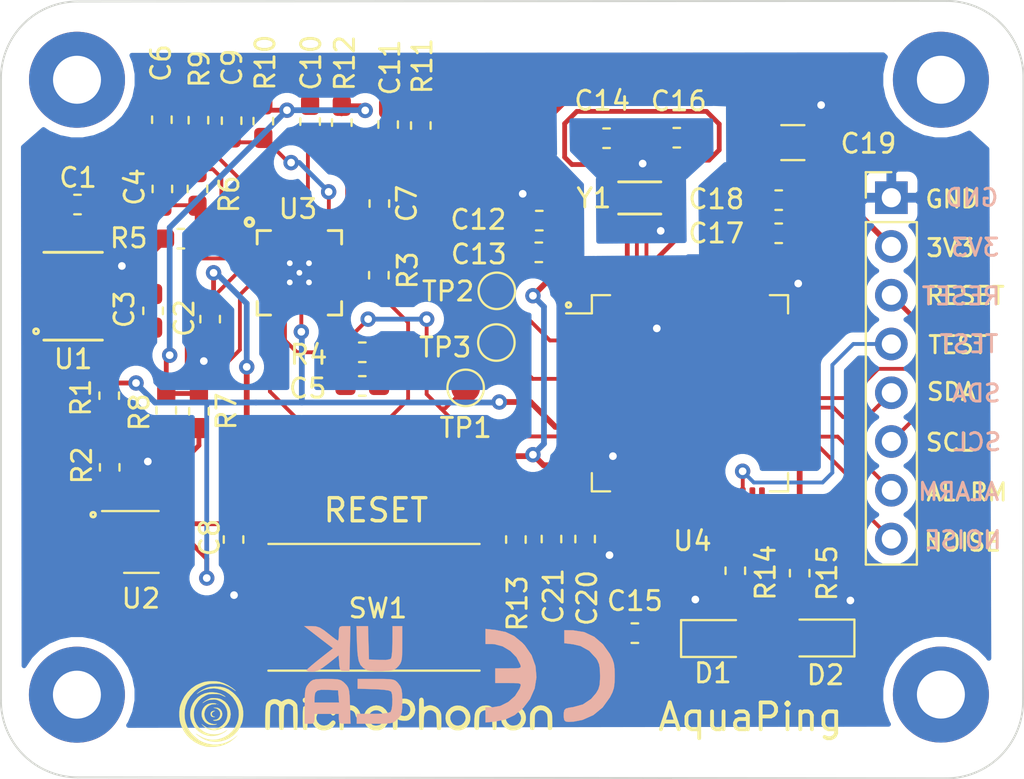
<source format=kicad_pcb>
(kicad_pcb (version 20171130) (host pcbnew 5.1.6-c6e7f7d~87~ubuntu18.04.1)
  (layers (0 F.Cu signal) (31 B.Cu signal) (34 B.Paste user hide) (35 F.Paste user hide) (36 B.SilkS user) (37 F.SilkS user) (38 B.Mask user hide) (39 F.Mask user) (44 Edge.Cuts user))
  (net 0 "")
  (net 1 "Net-(C1-Pad2)")
  (net 2 GND)
  (net 3 "Net-(C3-Pad2)")
  (net 4 "Net-(C3-Pad1)")
  (net 5 "Net-(C4-Pad1)")
  (net 6 "Net-(C4-Pad2)")
  (net 7 "Net-(C5-Pad1)")
  (net 8 "Net-(C5-Pad2)")
  (net 9 "Net-(C6-Pad1)")
  (net 10 "Net-(C7-Pad1)")
  (net 11 "Net-(C7-Pad2)")
  (net 12 3.3V)
  (net 13 "Net-(C9-Pad1)")
  (net 14 "Net-(C10-Pad1)")
  (net 15 "Net-(C10-Pad2)")
  (net 16 "Net-(C11-Pad1)")
  (net 17 "Net-(C14-Pad1)")
  (net 18 "Net-(C15-Pad1)")
  (net 19 "Net-(C16-Pad2)")
  (net 20 "Net-(D1-Pad2)")
  (net 21 "Net-(D2-Pad2)")
  (net 22 "Net-(J1-Pad4)")
  (net 23 "Net-(J1-Pad5)")
  (net 24 "Net-(J1-Pad6)")
  (net 25 "Net-(R1-Pad2)")
  (net 26 VGND)
  (net 27 "Net-(R7-Pad2)")
  (net 28 "Net-(R14-Pad1)")
  (net 29 "Net-(R15-Pad1)")
  (net 30 "Net-(TP2-Pad1)")
  (net 31 "Net-(TP3-Pad1)")
  (net 32 "Net-(U4-Pad26)")
  (net 33 "Net-(U4-Pad29)")
  (net 34 "Net-(U4-Pad34)")
  (net 35 "Net-(U4-Pad2)")
  (net 36 "Net-(U4-Pad4)")
  (net 37 "Net-(U4-Pad5)")
  (net 38 "Net-(U4-Pad6)")
  (net 39 "Net-(U4-Pad8)")
  (net 40 "Net-(U4-Pad11)")
  (net 41 "Net-(U4-Pad14)")
  (net 42 "Net-(U4-Pad17)")
  (net 43 "Net-(U4-Pad18)")
  (net 44 "Net-(U4-Pad19)")
  (net 45 "Net-(U4-Pad20)")
  (net 46 "Net-(U4-Pad21)")
  (net 47 "Net-(U4-Pad38)")
  (net 48 "Net-(U4-Pad42)")
  (net 49 "Net-(U4-Pad43)")
  (net 50 "Net-(U4-Pad1)")
  (net 51 "Net-(J1-Pad7)")
  (net 52 "Net-(J1-Pad8)")
  (net 53 "Net-(U4-Pad59)")
  (net 54 "Net-(U4-Pad58)")
  (net 55 "Net-(U4-Pad56)")
  (net 56 "Net-(U4-Pad55)")
  (net 57 "Net-(U4-Pad54)")
  (net 58 "Net-(U4-Pad53)")
  (net 59 "Net-(U4-Pad52)")
  (net 60 "Net-(U4-Pad51)")
  (net 61 "Net-(U4-Pad50)")
  (net 62 "Net-(U4-Pad47)")
  (net 63 "Net-(U4-Pad46)")
  (net 64 "Net-(U4-Pad45)")
  (net 65 "Net-(U4-Pad44)")
  (net 66 "Net-(U4-Pad41)")
  (net 67 "Net-(U4-Pad37)")
  (net 68 "Net-(U4-Pad28)")
  (net 69 "Net-(U4-Pad27)")
  (net 70 "Net-(U4-Pad25)")
  (net 71 "Net-(U4-Pad24)")
  (net 72 "Net-(U4-Pad23)")
  (net 73 "Net-(U4-Pad22)")
  (net 74 "Net-(U4-Pad10)")
  (net 75 "Net-(U4-Pad9)")
  (module Capacitor_SMD:C_1206_3216Metric_Pad1.42x1.75mm_HandSolder (layer F.Cu) (at 172.2882 79.2734)
    (fp_text reference C19 (at 3.937 0.0508) (layer F.SilkS))
    (fp_text value 10u)
    (pad 2 smd roundrect (at 1.4875 0) (size 1.425 1.75) (layers F.Cu F.Paste F.Mask) (roundrect_rratio 0.175439) (net 2 GND))
    (pad 1 smd roundrect (at -1.4875 0) (size 1.425 1.75) (layers F.Cu F.Paste F.Mask) (roundrect_rratio 0.175439) (net 12 3.3V))
  )
  (module Package_QFP:LQFP-64_10x10mm_P0.5mm (layer F.Cu) (at 166.9288 92.329)
    (fp_text reference U4 (at 0.127 7.6962) (layer F.SilkS))
    (fp_text value MSP430FR5994_64pin)
    (pad 64 smd roundrect (at -3.75 -5.675) (size 0.3 1.55) (layers F.Cu F.Paste F.Mask) (net 12 3.3V))
    (pad 63 smd roundrect (at -3.25 -5.675) (size 0.3 1.55) (layers F.Cu F.Paste F.Mask) (net 2 GND))
    (pad 62 smd roundrect (at -2.75 -5.675) (size 0.3 1.55) (layers F.Cu F.Paste F.Mask) (net 17 "Net-(C14-Pad1)"))
    (pad 61 smd roundrect (at -2.25 -5.675) (size 0.3 1.55) (layers F.Cu F.Paste F.Mask) (net 19 "Net-(C16-Pad2)"))
    (pad 60 smd roundrect (at -1.75 -5.675) (size 0.3 1.55) (layers F.Cu F.Paste F.Mask) (net 2 GND))
    (pad 59 smd roundrect (at -1.25 -5.675) (size 0.3 1.55) (layers F.Cu F.Paste F.Mask) (net 53 "Net-(U4-Pad59)"))
    (pad 58 smd roundrect (at -0.75 -5.675) (size 0.3 1.55) (layers F.Cu F.Paste F.Mask) (net 54 "Net-(U4-Pad58)"))
    (pad 57 smd roundrect (at -0.25 -5.675) (size 0.3 1.55) (layers F.Cu F.Paste F.Mask) (net 2 GND))
    (pad 56 smd roundrect (at 0.25 -5.675) (size 0.3 1.55) (layers F.Cu F.Paste F.Mask) (net 55 "Net-(U4-Pad56)"))
    (pad 55 smd roundrect (at 0.75 -5.675) (size 0.3 1.55) (layers F.Cu F.Paste F.Mask) (net 56 "Net-(U4-Pad55)"))
    (pad 54 smd roundrect (at 1.25 -5.675) (size 0.3 1.55) (layers F.Cu F.Paste F.Mask) (net 57 "Net-(U4-Pad54)"))
    (pad 53 smd roundrect (at 1.75 -5.675) (size 0.3 1.55) (layers F.Cu F.Paste F.Mask) (net 58 "Net-(U4-Pad53)"))
    (pad 52 smd roundrect (at 2.25 -5.675) (size 0.3 1.55) (layers F.Cu F.Paste F.Mask) (net 59 "Net-(U4-Pad52)"))
    (pad 51 smd roundrect (at 2.75 -5.675) (size 0.3 1.55) (layers F.Cu F.Paste F.Mask) (net 60 "Net-(U4-Pad51)"))
    (pad 50 smd roundrect (at 3.25 -5.675) (size 0.3 1.55) (layers F.Cu F.Paste F.Mask) (net 61 "Net-(U4-Pad50)"))
    (pad 49 smd roundrect (at 3.75 -5.675) (size 0.3 1.55) (layers F.Cu F.Paste F.Mask) (net 12 3.3V))
    (pad 48 smd roundrect (at 5.675 -3.75) (size 1.55 0.3) (layers F.Cu F.Paste F.Mask) (net 2 GND))
    (pad 47 smd roundrect (at 5.675 -3.25) (size 1.55 0.3) (layers F.Cu F.Paste F.Mask) (net 62 "Net-(U4-Pad47)"))
    (pad 46 smd roundrect (at 5.675 -2.75) (size 1.55 0.3) (layers F.Cu F.Paste F.Mask) (net 63 "Net-(U4-Pad46)"))
    (pad 45 smd roundrect (at 5.675 -2.25) (size 1.55 0.3) (layers F.Cu F.Paste F.Mask) (net 64 "Net-(U4-Pad45)"))
    (pad 44 smd roundrect (at 5.675 -1.75) (size 1.55 0.3) (layers F.Cu F.Paste F.Mask) (net 65 "Net-(U4-Pad44)"))
    (pad 43 smd roundrect (at 5.675 -1.25) (size 1.55 0.3) (layers F.Cu F.Paste F.Mask) (net 49 "Net-(U4-Pad43)"))
    (pad 42 smd roundrect (at 5.675 -0.75) (size 1.55 0.3) (layers F.Cu F.Paste F.Mask) (net 48 "Net-(U4-Pad42)"))
    (pad 41 smd roundrect (at 5.675 -0.25) (size 1.55 0.3) (layers F.Cu F.Paste F.Mask) (net 66 "Net-(U4-Pad41)"))
    (pad 40 smd roundrect (at 5.675 0.25) (size 1.55 0.3) (layers F.Cu F.Paste F.Mask) (net 24 "Net-(J1-Pad6)"))
    (pad 39 smd roundrect (at 5.675 0.75) (size 1.55 0.3) (layers F.Cu F.Paste F.Mask) (net 23 "Net-(J1-Pad5)"))
    (pad 38 smd roundrect (at 5.675 1.25) (size 1.55 0.3) (layers F.Cu F.Paste F.Mask) (net 47 "Net-(U4-Pad38)"))
    (pad 37 smd roundrect (at 5.675 1.75) (size 1.55 0.3) (layers F.Cu F.Paste F.Mask) (net 67 "Net-(U4-Pad37)"))
    (pad 36 smd roundrect (at 5.675 2.25) (size 1.55 0.3) (layers F.Cu F.Paste F.Mask) (net 51 "Net-(J1-Pad7)"))
    (pad 35 smd roundrect (at 5.675 2.75) (size 1.55 0.3) (layers F.Cu F.Paste F.Mask) (net 52 "Net-(J1-Pad8)"))
    (pad 34 smd roundrect (at 5.675 3.25) (size 1.55 0.3) (layers F.Cu F.Paste F.Mask) (net 34 "Net-(U4-Pad34)"))
    (pad 33 smd roundrect (at 5.675 3.75) (size 1.55 0.3) (layers F.Cu F.Paste F.Mask) (net 29 "Net-(R15-Pad1)"))
    (pad 32 smd roundrect (at 3.75 5.675) (size 0.3 1.55) (layers F.Cu F.Paste F.Mask) (net 28 "Net-(R14-Pad1)"))
    (pad 31 smd roundrect (at 3.25 5.675) (size 0.3 1.55) (layers F.Cu F.Paste F.Mask) (net 18 "Net-(C15-Pad1)"))
    (pad 30 smd roundrect (at 2.75 5.675) (size 0.3 1.55) (layers F.Cu F.Paste F.Mask) (net 22 "Net-(J1-Pad4)"))
    (pad 29 smd roundrect (at 2.25 5.675) (size 0.3 1.55) (layers F.Cu F.Paste F.Mask) (net 33 "Net-(U4-Pad29)"))
    (pad 28 smd roundrect (at 1.75 5.675) (size 0.3 1.55) (layers F.Cu F.Paste F.Mask) (net 68 "Net-(U4-Pad28)"))
    (pad 27 smd roundrect (at 1.25 5.675) (size 0.3 1.55) (layers F.Cu F.Paste F.Mask) (net 69 "Net-(U4-Pad27)"))
    (pad 26 smd roundrect (at 0.75 5.675) (size 0.3 1.55) (layers F.Cu F.Paste F.Mask) (net 32 "Net-(U4-Pad26)"))
    (pad 25 smd roundrect (at 0.25 5.675) (size 0.3 1.55) (layers F.Cu F.Paste F.Mask) (net 70 "Net-(U4-Pad25)"))
    (pad 24 smd roundrect (at -0.25 5.675) (size 0.3 1.55) (layers F.Cu F.Paste F.Mask) (net 71 "Net-(U4-Pad24)"))
    (pad 23 smd roundrect (at -0.75 5.675) (size 0.3 1.55) (layers F.Cu F.Paste F.Mask) (net 72 "Net-(U4-Pad23)"))
    (pad 22 smd roundrect (at -1.25 5.675) (size 0.3 1.55) (layers F.Cu F.Paste F.Mask) (net 73 "Net-(U4-Pad22)"))
    (pad 21 smd roundrect (at -1.75 5.675) (size 0.3 1.55) (layers F.Cu F.Paste F.Mask) (net 46 "Net-(U4-Pad21)"))
    (pad 20 smd roundrect (at -2.25 5.675) (size 0.3 1.55) (layers F.Cu F.Paste F.Mask) (net 45 "Net-(U4-Pad20)"))
    (pad 19 smd roundrect (at -2.75 5.675) (size 0.3 1.55) (layers F.Cu F.Paste F.Mask) (net 44 "Net-(U4-Pad19)"))
    (pad 18 smd roundrect (at -3.25 5.675) (size 0.3 1.55) (layers F.Cu F.Paste F.Mask) (net 43 "Net-(U4-Pad18)"))
    (pad 17 smd roundrect (at -3.75 5.675) (size 0.3 1.55) (layers F.Cu F.Paste F.Mask) (net 42 "Net-(U4-Pad17)"))
    (pad 16 smd roundrect (at -5.675 3.75) (size 1.55 0.3) (layers F.Cu F.Paste F.Mask) (net 12 3.3V))
    (pad 15 smd roundrect (at -5.675 3.25) (size 1.55 0.3) (layers F.Cu F.Paste F.Mask) (net 2 GND))
    (pad 14 smd roundrect (at -5.675 2.75) (size 1.55 0.3) (layers F.Cu F.Paste F.Mask) (net 41 "Net-(U4-Pad14)"))
    (pad 13 smd roundrect (at -5.675 2.25) (size 1.55 0.3) (layers F.Cu F.Paste F.Mask) (net 8 "Net-(C5-Pad2)"))
    (pad 12 smd roundrect (at -5.675 1.75) (size 1.55 0.3) (layers F.Cu F.Paste F.Mask) (net 1 "Net-(C1-Pad2)"))
    (pad 11 smd roundrect (at -5.675 1.25) (size 1.55 0.3) (layers F.Cu F.Paste F.Mask) (net 40 "Net-(U4-Pad11)"))
    (pad 10 smd roundrect (at -5.675 0.75) (size 1.55 0.3) (layers F.Cu F.Paste F.Mask) (net 74 "Net-(U4-Pad10)"))
    (pad 9 smd roundrect (at -5.675 0.25) (size 1.55 0.3) (layers F.Cu F.Paste F.Mask) (net 75 "Net-(U4-Pad9)"))
    (pad 8 smd roundrect (at -5.675 -0.25) (size 1.55 0.3) (layers F.Cu F.Paste F.Mask) (net 39 "Net-(U4-Pad8)"))
    (pad 7 smd roundrect (at -5.675 -0.75) (size 1.55 0.3) (layers F.Cu F.Paste F.Mask) (net 31 "Net-(TP3-Pad1)"))
    (pad 6 smd roundrect (at -5.675 -1.25) (size 1.55 0.3) (layers F.Cu F.Paste F.Mask) (net 38 "Net-(U4-Pad6)"))
    (pad 5 smd roundrect (at -5.675 -1.75) (size 1.55 0.3) (layers F.Cu F.Paste F.Mask) (net 37 "Net-(U4-Pad5)"))
    (pad 4 smd roundrect (at -5.675 -2.25) (size 1.55 0.3) (layers F.Cu F.Paste F.Mask) (net 36 "Net-(U4-Pad4)"))
    (pad 3 smd roundrect (at -5.675 -2.75) (size 1.55 0.3) (layers F.Cu F.Paste F.Mask) (net 30 "Net-(TP2-Pad1)"))
    (pad 2 smd roundrect (at -5.675 -3.25) (size 1.55 0.3) (layers F.Cu F.Paste F.Mask) (net 35 "Net-(U4-Pad2)"))
    (pad 1 smd roundrect (at -5.675 -3.75) (size 1.55 0.3) (layers F.Cu F.Paste F.Mask) (net 50 "Net-(U4-Pad1)"))
  )
  (module Capacitor_SMD:C_0603_1608Metric_Pad1.05x0.95mm_HandSolder (layer F.Cu) (at 159.7152 99.9236 90)
    (fp_text reference C21 (at -2.9718 0.1016 90) (layer F.SilkS))
    (fp_text value 100n)
    (pad 2 smd roundrect (at 0.875 0 90) (size 1.05 0.95) (layers F.Cu F.Paste F.Mask) (net 12 3.3V))
    (pad 1 smd roundrect (at -0.875 0 90) (size 1.05 0.95) (layers F.Cu F.Paste F.Mask) (net 2 GND))
  )
  (module Capacitor_SMD:C_0603_1608Metric_Pad1.05x0.95mm_HandSolder (layer F.Cu) (at 161.4678 99.9236 90)
    (fp_text reference C20 (at -3.0734 0.1016 90) (layer F.SilkS))
    (fp_text value 1u)
    (pad 2 smd roundrect (at 0.875 0 90) (size 1.05 0.95) (layers F.Cu F.Paste F.Mask) (net 12 3.3V))
    (pad 1 smd roundrect (at -0.875 0 90) (size 1.05 0.95) (layers F.Cu F.Paste F.Mask) (net 2 GND))
  )
  (module TestPoint:TestPoint_Pad_D1.5mm (layer F.Cu) (at 156.845 89.6874)
    (fp_text reference TP3 (at -2.667 0.254) (layer F.SilkS))
    (fp_text value TEST)
    (pad 1 smd circle (at 0 0) (size 1.5 1.5) (layers F.Cu F.Mask) (net 31 "Net-(TP3-Pad1)"))
  )
  (module TestPoint:TestPoint_Pad_D1.5mm (layer F.Cu) (at 156.8704 86.995)
    (fp_text reference TP2 (at -2.54 0.0254) (layer F.SilkS))
    (fp_text value TEST)
    (pad 1 smd circle (at 0 0) (size 1.5 1.5) (layers F.Cu F.Mask) (net 30 "Net-(TP2-Pad1)"))
  )
  (module TestPoint:TestPoint_Pad_D1.5mm (layer F.Cu) (at 155.2448 92.0496)
    (fp_text reference TP1 (at 0 2.0828) (layer F.SilkS))
    (fp_text value TEST)
    (pad 1 smd circle (at 0 0) (size 1.5 1.5) (layers F.Cu F.Mask) (net 8 "Net-(C5-Pad2)"))
  )
  (module ULD:TS04 (layer F.Cu) (at 150.4696 103.4796 180)
    (fp_text reference SW1 (at -0.2032 -0.0508) (layer F.SilkS))
    (fp_text value Reset)
    (pad 2 smd rect (at 4.55 2.25 180) (size 2.1 1.4) (layers F.Cu F.Paste F.Mask) (net 18 "Net-(C15-Pad1)"))
    (pad 1 smd rect (at 4.55 -2.25 180) (size 2.1 1.4) (layers F.Cu F.Paste F.Mask) (net 2 GND))
    (pad 2 smd rect (at -4.55 2.25 180) (size 2.1 1.4) (layers F.Cu F.Paste F.Mask) (net 18 "Net-(C15-Pad1)"))
    (pad 1 smd rect (at -4.55 -2.25 180) (size 2.1 1.4) (layers F.Cu F.Paste F.Mask) (net 2 GND))
  )
  (module Connector_PinHeader_2.54mm:PinHeader_1x08_P2.54mm_Vertical (layer F.Cu) (at 177.419 82.1436)
    (fp_text reference J1 hide)
    (fp_text value Conn_01x08)
    (pad 8 thru_hole oval (at 0 17.78) (size 1.7 1.7) (drill 1) (layers *.Cu *.Mask) (net 52 "Net-(J1-Pad8)"))
    (pad 7 thru_hole oval (at 0 15.24) (size 1.7 1.7) (drill 1) (layers *.Cu *.Mask) (net 51 "Net-(J1-Pad7)"))
    (pad 6 thru_hole oval (at 0 12.7) (size 1.7 1.7) (drill 1) (layers *.Cu *.Mask) (net 24 "Net-(J1-Pad6)"))
    (pad 5 thru_hole oval (at 0 10.16) (size 1.7 1.7) (drill 1) (layers *.Cu *.Mask) (net 23 "Net-(J1-Pad5)"))
    (pad 4 thru_hole oval (at 0 7.62) (size 1.7 1.7) (drill 1) (layers *.Cu *.Mask) (net 22 "Net-(J1-Pad4)"))
    (pad 3 thru_hole oval (at 0 5.08) (size 1.7 1.7) (drill 1) (layers *.Cu *.Mask) (net 18 "Net-(C15-Pad1)"))
    (pad 2 thru_hole oval (at 0 2.54) (size 1.7 1.7) (drill 1) (layers *.Cu *.Mask) (net 12 3.3V))
    (pad 1 thru_hole rect (at 0 0) (size 1.7 1.7) (drill 1) (layers *.Cu *.Mask) (net 2 GND))
  )
  (module FFT_footprints:CE_reverse_small (layer F.Cu) (at 159.6644 107)
    (fp_text reference G*** hide)
    (fp_text value LOGO hide)
  )
  (module FFT_footprints:UKCA_reverse_small (layer F.Cu) (at 149.4028 107)
    (fp_text reference G*** hide)
    (fp_text value LOGO hide)
  )
  (module Package_TO_SOT_SMD:SOT-23-6_Handsoldering (layer F.Cu) (at 138.3538 100.076)
    (fp_text reference U2 (at -0.0254 2.9464) (layer F.SilkS))
    (fp_text value TLV9061S)
    (pad 5 smd rect (at 1.35 0) (size 1.56 0.65) (layers F.Cu F.Paste F.Mask) (net 1 "Net-(C1-Pad2)"))
    (pad 6 smd rect (at 1.35 -0.95) (size 1.56 0.65) (layers F.Cu F.Paste F.Mask) (net 12 3.3V))
    (pad 4 smd rect (at 1.35 0.95) (size 1.56 0.65) (layers F.Cu F.Paste F.Mask) (net 27 "Net-(R7-Pad2)"))
    (pad 3 smd rect (at -1.35 0.95) (size 1.56 0.65) (layers F.Cu F.Paste F.Mask) (net 25 "Net-(R1-Pad2)"))
    (pad 2 smd rect (at -1.35 0) (size 1.56 0.65) (layers F.Cu F.Paste F.Mask) (net 2 GND))
    (pad 1 smd rect (at -1.35 -0.95) (size 1.56 0.65) (layers F.Cu F.Paste F.Mask) (net 27 "Net-(R7-Pad2)"))
  )
  (module mph:MicroPhonon_horiz_logo (layer F.Cu) (at 150.0124 109)
    (fp_text reference G*** hide)
    (fp_text value LOGO hide)
  )
  (module Capacitor_SMD:C_0603_1608Metric_Pad1.05x0.95mm_HandSolder (layer F.Cu) (at 138.9634 88.0364 270)
    (fp_text reference C3 (at -0.0762 1.4986 90) (layer F.SilkS))
    (fp_text value 100n)
    (pad 2 smd roundrect (at 0.875 0 270) (size 1.05 0.95) (layers F.Cu F.Paste F.Mask) (net 3 "Net-(C3-Pad2)"))
    (pad 1 smd roundrect (at -0.875 0 270) (size 1.05 0.95) (layers F.Cu F.Paste F.Mask) (net 4 "Net-(C3-Pad1)"))
  )
  (module ULD:TLV9064S (layer F.Cu) (at 146.5834 86.0552)
    (fp_text reference U3 (at -0.0762 -3.3274) (layer F.SilkS))
    (fp_text value TLV9064S)
    (pad 17 thru_hole circle (at 0.5 -0.5 180) (size 0.3 0.3) (drill 0.3) (layers *.Cu *.Mask) (net 2 GND))
    (pad 17 thru_hole circle (at -0.5 0.5 180) (size 0.3 0.3) (drill 0.3) (layers *.Cu *.Mask) (net 2 GND))
    (pad 17 thru_hole circle (at 0.5 0.5 180) (size 0.3 0.3) (drill 0.3) (layers *.Cu *.Mask) (net 2 GND))
    (pad 17 thru_hole circle (at -0.5 -0.5 180) (size 0.3 0.3) (drill 0.3) (layers *.Cu *.Mask) (net 2 GND))
    (pad 17 thru_hole circle (at 0 0 180) (size 0.3 0.3) (drill 0.3) (layers *.Cu *.Mask) (net 2 GND))
    (pad 17 smd rect (at 0 0 180) (size 1.7 1.7) (layers F.Cu F.Mask) (net 2 GND))
    (pad 4 smd circle (at -1.1811 0.7507 270) (size 0.28 0.28) (layers F.Cu F.Paste F.Mask) (net 7 "Net-(C5-Pad1)"))
    (pad 3 smd circle (at -1.1811 0.2507 270) (size 0.28 0.28) (layers F.Cu F.Paste F.Mask) (net 26 VGND))
    (pad 2 smd circle (at -1.1811 -0.2493 270) (size 0.28 0.28) (layers F.Cu F.Paste F.Mask) (net 12 3.3V))
    (pad 4 smd rect (at -1.5367 0.7507 180) (size 0.71 0.28) (layers F.Cu F.Paste F.Mask) (net 7 "Net-(C5-Pad1)"))
    (pad 3 smd rect (at -1.5367 0.2507 180) (size 0.71 0.28) (layers F.Cu F.Paste F.Mask) (net 26 VGND))
    (pad 2 smd rect (at -1.5367 -0.2493 180) (size 0.71 0.28) (layers F.Cu F.Paste F.Mask) (net 12 3.3V))
    (pad 1 smd rect (at -1.5367 -0.7493 180) (size 0.71 0.28) (layers F.Cu F.Paste F.Mask) (net 26 VGND))
    (pad 1 smd circle (at -1.1811 -0.7493 270) (size 0.28 0.28) (layers F.Cu F.Paste F.Mask) (net 26 VGND))
    (pad 8 smd rect (at 0.7493 1.5367 270) (size 0.71 0.28) (layers F.Cu F.Paste F.Mask) (net 10 "Net-(C7-Pad1)"))
    (pad 7 smd rect (at 0.2493 1.5367 270) (size 0.71 0.28) (layers F.Cu F.Paste F.Mask) (net 1 "Net-(C1-Pad2)"))
    (pad 6 smd rect (at -0.2507 1.5367 270) (size 0.71 0.28) (layers F.Cu F.Paste F.Mask) (net 1 "Net-(C1-Pad2)"))
    (pad 8 smd circle (at 0.7493 1.1938 270) (size 0.28 0.28) (layers F.Cu F.Paste F.Mask) (net 10 "Net-(C7-Pad1)"))
    (pad 7 smd circle (at 0.2493 1.1938 270) (size 0.28 0.28) (layers F.Cu F.Paste F.Mask) (net 1 "Net-(C1-Pad2)"))
    (pad 6 smd circle (at -0.2507 1.1938 270) (size 0.28 0.28) (layers F.Cu F.Paste F.Mask) (net 1 "Net-(C1-Pad2)"))
    (pad 5 smd rect (at -0.7507 1.5367 270) (size 0.71 0.28) (layers F.Cu F.Paste F.Mask) (net 8 "Net-(C5-Pad2)"))
    (pad 5 smd circle (at -0.7507 1.1938 270) (size 0.28 0.28) (layers F.Cu F.Paste F.Mask) (net 8 "Net-(C5-Pad2)"))
    (pad 9 smd rect (at 1.5494 0.7507) (size 0.71 0.28) (layers F.Cu F.Paste F.Mask) (net 10 "Net-(C7-Pad1)"))
    (pad 10 smd rect (at 1.5494 0.2507) (size 0.71 0.28) (layers F.Cu F.Paste F.Mask) (net 16 "Net-(C11-Pad1)"))
    (pad 11 smd rect (at 1.5494 -0.2493) (size 0.71 0.28) (layers F.Cu F.Paste F.Mask) (net 2 GND))
    (pad 9 smd circle (at 1.1938 0.7507 90) (size 0.28 0.28) (layers F.Cu F.Paste F.Mask) (net 10 "Net-(C7-Pad1)"))
    (pad 10 smd circle (at 1.1938 0.2507 90) (size 0.28 0.28) (layers F.Cu F.Paste F.Mask) (net 16 "Net-(C11-Pad1)"))
    (pad 11 smd circle (at 1.1938 -0.2493 90) (size 0.28 0.28) (layers F.Cu F.Paste F.Mask) (net 2 GND))
    (pad 12 smd rect (at 1.5494 -0.7493) (size 0.71 0.28) (layers F.Cu F.Paste F.Mask) (net 13 "Net-(C9-Pad1)"))
    (pad 12 smd circle (at 1.1938 -0.7493 90) (size 0.28 0.28) (layers F.Cu F.Paste F.Mask) (net 13 "Net-(C9-Pad1)"))
    (pad 13 smd circle (at 0.7507 -1.1938 90) (size 0.28 0.28) (layers F.Cu F.Paste F.Mask) (net 15 "Net-(C10-Pad2)"))
    (pad 14 smd circle (at 0.2507 -1.1938 90) (size 0.28 0.28) (layers F.Cu F.Paste F.Mask) (net 15 "Net-(C10-Pad2)"))
    (pad 15 smd circle (at -0.2493 -1.1938 90) (size 0.28 0.28) (layers F.Cu F.Paste F.Mask) (net 5 "Net-(C4-Pad1)"))
    (pad 13 smd rect (at 0.7507 -1.5367 90) (size 0.71 0.28) (layers F.Cu F.Paste F.Mask) (net 15 "Net-(C10-Pad2)"))
    (pad 14 smd rect (at 0.2507 -1.5367 90) (size 0.71 0.28) (layers F.Cu F.Paste F.Mask) (net 15 "Net-(C10-Pad2)"))
    (pad 15 smd rect (at -0.2493 -1.5367 90) (size 0.71 0.28) (layers F.Cu F.Paste F.Mask) (net 5 "Net-(C4-Pad1)"))
    (pad 16 smd circle (at -0.7493 -1.1938 90) (size 0.28 0.28) (layers F.Cu F.Paste F.Mask) (net 6 "Net-(C4-Pad2)"))
    (pad 16 smd rect (at -0.7493 -1.5367 90) (size 0.71 0.28) (layers F.Cu F.Paste F.Mask) (net 6 "Net-(C4-Pad2)"))
  )
  (module MountingHole:MountingHole_2.5mm_Pad (layer F.Cu) (at 180 108)
    (fp_text reference H3 hide)
    (fp_text value MountingHole)
    (pad 1 thru_hole circle (at 0 0.0254) (size 5 5) (drill 2.5) (layers *.Cu *.Mask))
  )
  (module ULD:ECX-12R (layer F.Cu) (at 164.3126 82.169)
    (fp_text reference Y1 (at -2.3876 0) (layer F.SilkS))
    (fp_text value ECX-12R)
    (pad 2 smd rect (at 0.7 0) (size 0.8 1.3) (layers F.Cu F.Paste F.Mask) (net 19 "Net-(C16-Pad2)"))
    (pad 1 smd rect (at -0.7 0) (size 0.8 1.3) (layers F.Cu F.Paste F.Mask) (net 17 "Net-(C14-Pad1)"))
  )
  (module Capacitor_SMD:C_0603_1608Metric_Pad1.05x0.95mm_HandSolder (layer F.Cu) (at 135.0264 82.4992 180)
    (fp_text reference C1 (at -0.0254 1.397) (layer F.SilkS))
    (fp_text value 100n)
    (pad 2 smd roundrect (at 0.875 0 180) (size 1.05 0.95) (layers F.Cu F.Paste F.Mask) (net 1 "Net-(C1-Pad2)"))
    (pad 1 smd roundrect (at -0.875 0 180) (size 1.05 0.95) (layers F.Cu F.Paste F.Mask) (net 2 GND))
  )
  (module Capacitor_SMD:C_0603_1608Metric_Pad1.05x0.95mm_HandSolder (layer F.Cu) (at 141.9352 88.4682 90)
    (fp_text reference C2 (at 0.0508 -1.3462 90) (layer F.SilkS))
    (fp_text value 100n)
    (pad 2 smd roundrect (at 0.875 0 90) (size 1.05 0.95) (layers F.Cu F.Paste F.Mask) (net 12 3.3V))
    (pad 1 smd roundrect (at -0.875 0 90) (size 1.05 0.95) (layers F.Cu F.Paste F.Mask) (net 2 GND))
  )
  (module Capacitor_SMD:C_0603_1608Metric_Pad1.05x0.95mm_HandSolder (layer F.Cu) (at 139.446 81.6864 270)
    (fp_text reference C4 (at -0.1016 1.4478 90) (layer F.SilkS))
    (fp_text value 100p)
    (pad 1 smd roundrect (at -0.875 0 270) (size 1.05 0.95) (layers F.Cu F.Paste F.Mask) (net 5 "Net-(C4-Pad1)"))
    (pad 2 smd roundrect (at 0.875 0 270) (size 1.05 0.95) (layers F.Cu F.Paste F.Mask) (net 6 "Net-(C4-Pad2)"))
  )
  (module Capacitor_SMD:C_0603_1608Metric_Pad1.05x0.95mm_HandSolder (layer F.Cu) (at 149.86 91.948 180)
    (fp_text reference C5 (at 2.8448 -0.127) (layer F.SilkS))
    (fp_text value 470p)
    (pad 1 smd roundrect (at -0.875 0 180) (size 1.05 0.95) (layers F.Cu F.Paste F.Mask) (net 7 "Net-(C5-Pad1)"))
    (pad 2 smd roundrect (at 0.875 0 180) (size 1.05 0.95) (layers F.Cu F.Paste F.Mask) (net 8 "Net-(C5-Pad2)"))
  )
  (module Capacitor_SMD:C_0603_1608Metric_Pad1.05x0.95mm_HandSolder (layer F.Cu) (at 139.4206 78.0796 270)
    (fp_text reference C6 (at -2.9464 0.0508 90) (layer F.SilkS))
    (fp_text value 15n)
    (pad 2 smd roundrect (at 0.875 0 270) (size 1.05 0.95) (layers F.Cu F.Paste F.Mask) (net 5 "Net-(C4-Pad1)"))
    (pad 1 smd roundrect (at -0.875 0 270) (size 1.05 0.95) (layers F.Cu F.Paste F.Mask) (net 9 "Net-(C6-Pad1)"))
  )
  (module Capacitor_SMD:C_0603_1608Metric_Pad1.05x0.95mm_HandSolder (layer F.Cu) (at 150.749 82.4484 270)
    (fp_text reference C7 (at 0 -1.43 90) (layer F.SilkS))
    (fp_text value 100n)
    (pad 1 smd roundrect (at -0.875 0 270) (size 1.05 0.95) (layers F.Cu F.Paste F.Mask) (net 10 "Net-(C7-Pad1)"))
    (pad 2 smd roundrect (at 0.875 0 270) (size 1.05 0.95) (layers F.Cu F.Paste F.Mask) (net 11 "Net-(C7-Pad2)"))
  )
  (module Capacitor_SMD:C_0603_1608Metric_Pad1.05x0.95mm_HandSolder (layer F.Cu) (at 143.1544 99.949 270)
    (fp_text reference C8 (at -0.1016 1.2446 90) (layer F.SilkS))
    (fp_text value 100n)
    (pad 1 smd roundrect (at -0.875 0 270) (size 1.05 0.95) (layers F.Cu F.Paste F.Mask) (net 12 3.3V))
    (pad 2 smd roundrect (at 0.875 0 270) (size 1.05 0.95) (layers F.Cu F.Paste F.Mask) (net 2 GND))
  )
  (module Capacitor_SMD:C_0603_1608Metric_Pad1.05x0.95mm_HandSolder (layer F.Cu) (at 143.0528 78.1304 90)
    (fp_text reference C9 (at 2.7686 0.0254 90) (layer F.SilkS))
    (fp_text value 4.7n)
    (pad 1 smd roundrect (at -0.875 0 90) (size 1.05 0.95) (layers F.Cu F.Paste F.Mask) (net 13 "Net-(C9-Pad1)"))
    (pad 2 smd roundrect (at 0.875 0 90) (size 1.05 0.95) (layers F.Cu F.Paste F.Mask) (net 9 "Net-(C6-Pad1)"))
  )
  (module Capacitor_SMD:C_0603_1608Metric_Pad1.05x0.95mm_HandSolder (layer F.Cu) (at 147.1422 78.1812 270)
    (fp_text reference C10 (at -3.0734 -0.0508 90) (layer F.SilkS))
    (fp_text value 150n)
    (pad 1 smd roundrect (at -0.875 0 270) (size 1.05 0.95) (layers F.Cu F.Paste F.Mask) (net 14 "Net-(C10-Pad1)"))
    (pad 2 smd roundrect (at 0.875 0 270) (size 1.05 0.95) (layers F.Cu F.Paste F.Mask) (net 15 "Net-(C10-Pad2)"))
  )
  (module Capacitor_SMD:C_0603_1608Metric_Pad1.05x0.95mm_HandSolder (layer F.Cu) (at 151.2062 78.3336 90)
    (fp_text reference C11 (at 2.9718 0.1016 90) (layer F.SilkS))
    (fp_text value 47n)
    (pad 2 smd roundrect (at 0.875 0 90) (size 1.05 0.95) (layers F.Cu F.Paste F.Mask) (net 14 "Net-(C10-Pad1)"))
    (pad 1 smd roundrect (at -0.875 0 90) (size 1.05 0.95) (layers F.Cu F.Paste F.Mask) (net 16 "Net-(C11-Pad1)"))
  )
  (module Capacitor_SMD:C_0603_1608Metric_Pad1.05x0.95mm_HandSolder (layer F.Cu) (at 159.0802 83.3374)
    (fp_text reference C12 (at -3.175 -0.0508) (layer F.SilkS))
    (fp_text value 1u)
    (pad 1 smd roundrect (at -0.875 0) (size 1.05 0.95) (layers F.Cu F.Paste F.Mask) (net 2 GND))
    (pad 2 smd roundrect (at 0.875 0) (size 1.05 0.95) (layers F.Cu F.Paste F.Mask) (net 12 3.3V))
  )
  (module Capacitor_SMD:C_0603_1608Metric_Pad1.05x0.95mm_HandSolder (layer F.Cu) (at 159.0548 84.9884)
    (fp_text reference C13 (at -3.1242 0.1016) (layer F.SilkS))
    (fp_text value 100n)
    (pad 2 smd roundrect (at 0.875 0) (size 1.05 0.95) (layers F.Cu F.Paste F.Mask) (net 12 3.3V))
    (pad 1 smd roundrect (at -0.875 0) (size 1.05 0.95) (layers F.Cu F.Paste F.Mask) (net 2 GND))
  )
  (module Capacitor_SMD:C_0603_1608Metric_Pad1.05x0.95mm_HandSolder (layer F.Cu) (at 162.5854 79.0448)
    (fp_text reference C14 (at -0.2286 -1.9558) (layer F.SilkS))
    (fp_text value 22p)
    (pad 1 smd roundrect (at -0.875 0) (size 1.05 0.95) (layers F.Cu F.Paste F.Mask) (net 17 "Net-(C14-Pad1)"))
    (pad 2 smd roundrect (at 0.875 0) (size 1.05 0.95) (layers F.Cu F.Paste F.Mask) (net 2 GND))
  )
  (module Capacitor_SMD:C_0603_1608Metric_Pad1.05x0.95mm_HandSolder (layer F.Cu) (at 164.0586 104.8258)
    (fp_text reference C15 (at 0 -1.6764) (layer F.SilkS))
    (fp_text value 1n)
    (pad 2 smd roundrect (at 0.875 0) (size 1.05 0.95) (layers F.Cu F.Paste F.Mask) (net 2 GND))
    (pad 1 smd roundrect (at -0.875 0) (size 1.05 0.95) (layers F.Cu F.Paste F.Mask) (net 18 "Net-(C15-Pad1)"))
  )
  (module Capacitor_SMD:C_0603_1608Metric_Pad1.05x0.95mm_HandSolder (layer F.Cu) (at 166.243 79.0194)
    (fp_text reference C16 (at 0.1016 -1.905) (layer F.SilkS))
    (fp_text value 22p)
    (pad 2 smd roundrect (at 0.875 0) (size 1.05 0.95) (layers F.Cu F.Paste F.Mask) (net 19 "Net-(C16-Pad2)"))
    (pad 1 smd roundrect (at -0.875 0) (size 1.05 0.95) (layers F.Cu F.Paste F.Mask) (net 2 GND))
  )
  (module Capacitor_SMD:C_0603_1608Metric_Pad1.05x0.95mm_HandSolder (layer F.Cu) (at 171.5516 83.9978)
    (fp_text reference C17 (at -3.2512 0) (layer F.SilkS))
    (fp_text value 100n)
    (pad 2 smd roundrect (at 0.875 0) (size 1.05 0.95) (layers F.Cu F.Paste F.Mask) (net 2 GND))
    (pad 1 smd roundrect (at -0.875 0) (size 1.05 0.95) (layers F.Cu F.Paste F.Mask) (net 12 3.3V))
  )
  (module Capacitor_SMD:C_0603_1608Metric_Pad1.05x0.95mm_HandSolder (layer F.Cu) (at 171.5516 82.2706)
    (fp_text reference C18 (at -3.2512 -0.0508) (layer F.SilkS))
    (fp_text value 1u)
    (pad 1 smd roundrect (at -0.875 0) (size 1.05 0.95) (layers F.Cu F.Paste F.Mask) (net 12 3.3V))
    (pad 2 smd roundrect (at 0.875 0) (size 1.05 0.95) (layers F.Cu F.Paste F.Mask) (net 2 GND))
  )
  (module Diode_SMD:D_0805_2012Metric_Pad1.15x1.40mm_HandSolder (layer F.Cu) (at 168.3258 105.1052)
    (fp_text reference D1 (at -0.2032 1.8034) (layer F.SilkS))
    (fp_text value GREEN)
    (pad 1 smd roundrect (at -1.025 0) (size 1.15 1.4) (layers F.Cu F.Paste F.Mask) (roundrect_rratio 0.217391) (net 2 GND))
    (pad 2 smd roundrect (at 1.025 0) (size 1.15 1.4) (layers F.Cu F.Paste F.Mask) (roundrect_rratio 0.217391) (net 20 "Net-(D1-Pad2)"))
  )
  (module Diode_SMD:D_0805_2012Metric_Pad1.15x1.40mm_HandSolder (layer F.Cu) (at 173.6344 105.0798 180)
    (fp_text reference D2 (at -0.3556 -1.9304) (layer F.SilkS))
    (fp_text value RED)
    (pad 2 smd roundrect (at 1.025 0 180) (size 1.15 1.4) (layers F.Cu F.Paste F.Mask) (roundrect_rratio 0.217391) (net 21 "Net-(D2-Pad2)"))
    (pad 1 smd roundrect (at -1.025 0 180) (size 1.15 1.4) (layers F.Cu F.Paste F.Mask) (roundrect_rratio 0.217391) (net 2 GND))
  )
  (module MountingHole:MountingHole_2.5mm_Pad (layer F.Cu) (at 135 76)
    (fp_text reference H1 hide)
    (fp_text value MountingHole)
    (pad 1 thru_hole circle (at 0 0) (size 5 5) (drill 2.5) (layers *.Cu *.Mask))
  )
  (module MountingHole:MountingHole_2.5mm_Pad (layer F.Cu) (at 180 76)
    (fp_text reference H2 hide)
    (fp_text value MountingHole)
    (pad 1 thru_hole circle (at 0 0) (size 5 5) (drill 2.5) (layers *.Cu *.Mask))
  )
  (module MountingHole:MountingHole_2.5mm_Pad (layer F.Cu) (at 135 108)
    (fp_text reference H4 hide)
    (fp_text value MountingHole)
    (pad 1 thru_hole circle (at -0.005 0.0318) (size 5 5) (drill 2.5) (layers *.Cu *.Mask))
  )
  (module Resistor_SMD:R_0603_1608Metric_Pad1.05x0.95mm_HandSolder (layer F.Cu) (at 136.6774 92.456 270)
    (fp_text reference R1 (at 0.1016 1.4732 90) (layer F.SilkS))
    (fp_text value 47k)
    (pad 2 smd roundrect (at 0.875 0 270) (size 1.05 0.95) (layers F.Cu F.Paste F.Mask) (net 25 "Net-(R1-Pad2)"))
    (pad 1 smd roundrect (at -0.875 0 270) (size 1.05 0.95) (layers F.Cu F.Paste F.Mask) (net 1 "Net-(C1-Pad2)"))
  )
  (module Resistor_SMD:R_0603_1608Metric_Pad1.05x0.95mm_HandSolder (layer F.Cu) (at 136.7028 96.1898 270)
    (fp_text reference R2 (at -0.1016 1.4478 90) (layer F.SilkS))
    (fp_text value 47k)
    (pad 1 smd roundrect (at -0.875 0 270) (size 1.05 0.95) (layers F.Cu F.Paste F.Mask) (net 25 "Net-(R1-Pad2)"))
    (pad 2 smd roundrect (at 0.875 0 270) (size 1.05 0.95) (layers F.Cu F.Paste F.Mask) (net 2 GND))
  )
  (module Resistor_SMD:R_0603_1608Metric_Pad1.05x0.95mm_HandSolder (layer F.Cu) (at 150.7236 86.1822 270)
    (fp_text reference R3 (at -0.254 -1.4986 90) (layer F.SilkS))
    (fp_text value 1k)
    (pad 1 smd roundrect (at -0.875 0 270) (size 1.05 0.95) (layers F.Cu F.Paste F.Mask) (net 11 "Net-(C7-Pad2)"))
    (pad 2 smd roundrect (at 0.875 0 270) (size 1.05 0.95) (layers F.Cu F.Paste F.Mask) (net 7 "Net-(C5-Pad1)"))
  )
  (module Resistor_SMD:R_0603_1608Metric_Pad1.05x0.95mm_HandSolder (layer F.Cu) (at 149.86 90.1954 180)
    (fp_text reference R4 (at 2.794 -0.127) (layer F.SilkS))
    (fp_text value 15k)
    (pad 2 smd roundrect (at 0.875 0 180) (size 1.05 0.95) (layers F.Cu F.Paste F.Mask) (net 8 "Net-(C5-Pad2)"))
    (pad 1 smd roundrect (at -0.875 0 180) (size 1.05 0.95) (layers F.Cu F.Paste F.Mask) (net 7 "Net-(C5-Pad1)"))
  )
  (module Resistor_SMD:R_0603_1608Metric_Pad1.05x0.95mm_HandSolder (layer F.Cu) (at 140.4112 84.2772 180)
    (fp_text reference R5 (at 2.7178 0.0254) (layer F.SilkS))
    (fp_text value 1k)
    (pad 2 smd roundrect (at 0.875 0 180) (size 1.05 0.95) (layers F.Cu F.Paste F.Mask) (net 4 "Net-(C3-Pad1)"))
    (pad 1 smd roundrect (at -0.875 0 180) (size 1.05 0.95) (layers F.Cu F.Paste F.Mask) (net 6 "Net-(C4-Pad2)"))
  )
  (module Resistor_SMD:R_0603_1608Metric_Pad1.05x0.95mm_HandSolder (layer F.Cu) (at 141.2748 81.6864 270)
    (fp_text reference R6 (at 0.2794 -1.651 90) (layer F.SilkS))
    (fp_text value 100k)
    (pad 1 smd roundrect (at -0.875 0 270) (size 1.05 0.95) (layers F.Cu F.Paste F.Mask) (net 5 "Net-(C4-Pad1)"))
    (pad 2 smd roundrect (at 0.875 0 270) (size 1.05 0.95) (layers F.Cu F.Paste F.Mask) (net 6 "Net-(C4-Pad2)"))
  )
  (module Resistor_SMD:R_0603_1608Metric_Pad1.05x0.95mm_HandSolder (layer F.Cu) (at 141.351 93.2688 270)
    (fp_text reference R7 (at 0 -1.43 90) (layer F.SilkS))
    (fp_text value 10)
    (pad 1 smd roundrect (at -0.875 0 270) (size 1.05 0.95) (layers F.Cu F.Paste F.Mask) (net 26 VGND))
    (pad 2 smd roundrect (at 0.875 0 270) (size 1.05 0.95) (layers F.Cu F.Paste F.Mask) (net 27 "Net-(R7-Pad2)"))
  )
  (module Resistor_SMD:R_0603_1608Metric_Pad1.05x0.95mm_HandSolder (layer F.Cu) (at 139.6492 93.218 270)
    (fp_text reference R8 (at 0.1016 1.397 90) (layer F.SilkS))
    (fp_text value 47k)
    (pad 1 smd roundrect (at -0.875 0 270) (size 1.05 0.95) (layers F.Cu F.Paste F.Mask) (net 26 VGND))
    (pad 2 smd roundrect (at 0.875 0 270) (size 1.05 0.95) (layers F.Cu F.Paste F.Mask) (net 2 GND))
  )
  (module Resistor_SMD:R_0603_1608Metric_Pad1.05x0.95mm_HandSolder (layer F.Cu) (at 141.3256 78.105 90)
    (fp_text reference R9 (at 2.667 0.0508 90) (layer F.SilkS))
    (fp_text value 620)
    (pad 2 smd roundrect (at 0.875 0 90) (size 1.05 0.95) (layers F.Cu F.Paste F.Mask) (net 9 "Net-(C6-Pad1)"))
    (pad 1 smd roundrect (at -0.875 0 90) (size 1.05 0.95) (layers F.Cu F.Paste F.Mask) (net 15 "Net-(C10-Pad2)"))
  )
  (module Resistor_SMD:R_0603_1608Metric_Pad1.05x0.95mm_HandSolder (layer F.Cu) (at 144.7038 78.1558 270)
    (fp_text reference R10 (at -3.048 -0.1016 90) (layer F.SilkS))
    (fp_text value 2k)
    (pad 1 smd roundrect (at -0.875 0 270) (size 1.05 0.95) (layers F.Cu F.Paste F.Mask) (net 26 VGND))
    (pad 2 smd roundrect (at 0.875 0 270) (size 1.05 0.95) (layers F.Cu F.Paste F.Mask) (net 13 "Net-(C9-Pad1)"))
  )
  (module Resistor_SMD:R_0603_1608Metric_Pad1.05x0.95mm_HandSolder (layer F.Cu) (at 152.908 78.3844 270)
    (fp_text reference R11 (at -3.0988 -0.0762 90) (layer F.SilkS))
    (fp_text value 30)
    (pad 2 smd roundrect (at 0.875 0 270) (size 1.05 0.95) (layers F.Cu F.Paste F.Mask) (net 10 "Net-(C7-Pad1)"))
    (pad 1 smd roundrect (at -0.875 0 270) (size 1.05 0.95) (layers F.Cu F.Paste F.Mask) (net 14 "Net-(C10-Pad1)"))
  )
  (module Resistor_SMD:R_0603_1608Metric_Pad1.05x0.95mm_HandSolder (layer F.Cu) (at 148.7932 78.232 270)
    (fp_text reference R12 (at -3.0988 -0.1524 90) (layer F.SilkS))
    (fp_text value 2k)
    (pad 2 smd roundrect (at 0.875 0 270) (size 1.05 0.95) (layers F.Cu F.Paste F.Mask) (net 16 "Net-(C11-Pad1)"))
    (pad 1 smd roundrect (at -0.875 0 270) (size 1.05 0.95) (layers F.Cu F.Paste F.Mask) (net 26 VGND))
  )
  (module Resistor_SMD:R_0603_1608Metric_Pad1.05x0.95mm_HandSolder (layer F.Cu) (at 157.861 99.949 270)
    (fp_text reference R13 (at 3.3274 -0.0762 90) (layer F.SilkS))
    (fp_text value 47k)
    (pad 1 smd roundrect (at -0.875 0 270) (size 1.05 0.95) (layers F.Cu F.Paste F.Mask) (net 12 3.3V))
    (pad 2 smd roundrect (at 0.875 0 270) (size 1.05 0.95) (layers F.Cu F.Paste F.Mask) (net 18 "Net-(C15-Pad1)"))
  )
  (module Resistor_SMD:R_0603_1608Metric_Pad1.05x0.95mm_HandSolder (layer F.Cu) (at 169.291 101.5746 270)
    (fp_text reference R14 (at 0.1016 -1.5748 90) (layer F.SilkS))
    (fp_text value 470)
    (pad 2 smd roundrect (at 0.875 0 270) (size 1.05 0.95) (layers F.Cu F.Paste F.Mask) (net 20 "Net-(D1-Pad2)"))
    (pad 1 smd roundrect (at -0.875 0 270) (size 1.05 0.95) (layers F.Cu F.Paste F.Mask) (net 28 "Net-(R14-Pad1)"))
  )
  (module Resistor_SMD:R_0603_1608Metric_Pad1.05x0.95mm_HandSolder (layer F.Cu) (at 172.6438 101.7016 270)
    (fp_text reference R15 (at 0 -1.43 90) (layer F.SilkS))
    (fp_text value 470)
    (pad 1 smd roundrect (at -0.875 0 270) (size 1.05 0.95) (layers F.Cu F.Paste F.Mask) (net 29 "Net-(R15-Pad1)"))
    (pad 2 smd roundrect (at 0.875 0 270) (size 1.05 0.95) (layers F.Cu F.Paste F.Mask) (net 21 "Net-(D2-Pad2)"))
  )
  (module ULD:SPU0410H (layer F.Cu) (at 134.7978 87.2744 180)
    (fp_text reference U1 (at 0 -3.2766) (layer F.SilkS))
    (fp_text value SPU0410)
    (pad 4 smd circle (at -0.8 -1.23 180) (size 0.8 0.8) (layers F.Cu F.Paste F.Mask) (net 3 "Net-(C3-Pad2)"))
    (pad 3 smd circle (at -0.8 1.23 180) (size 0.8 0.8) (layers F.Cu F.Paste F.Mask) (net 2 GND))
    (pad 2 smd circle (at 0.85 1.23 180) (size 0.8 0.8) (layers F.Cu F.Paste F.Mask) (net 2 GND))
    (pad 1 smd circle (at 0.85 -1.23 180) (size 0.8 0.8) (layers F.Cu F.Paste F.Mask) (net 1 "Net-(C1-Pad2)"))
  )
  (gr_circle (center 160.6042 87.7316) (end 160.7242 87.7316) (layer F.SilkS) (width 0.15))
  (gr_text NOISE (at 181.1528 99.9744) (layer B.SilkS) (effects (font (size 0.9 0.9)) (justify mirror)))
  (gr_text AquaPing (at 170.0784 109.1946) (layer F.SilkS) (effects (font (size 1.4 1.4) (thickness 0.2))))
  (gr_text ALARM (at 181.356 97.4852) (layer F.SilkS) (effects (font (size 0.9 0.9))))
  (gr_circle (center 135.8392 98.6536) (end 135.9592 98.6536) (layer F.SilkS) (width 0.15))
  (gr_text SDA (at 181.8386 92.329) (layer B.SilkS) (effects (font (size 0.9 0.9)) (justify mirror)))
  (gr_text RESET (at 181.0512 87.2744) (layer B.SilkS) (effects (font (size 0.9 0.9)) (justify mirror)))
  (gr_text 3V3 (at 181.7878 84.7344) (layer B.SilkS) (effects (font (size 0.9 0.9)) (justify mirror)))
  (gr_text ALARM (at 180.9242 97.4598) (layer B.SilkS) (effects (font (size 0.9 0.9)) (justify mirror)))
  (gr_text TEST (at 181.4576 89.7636) (layer B.SilkS) (effects (font (size 0.9 0.9)) (justify mirror)))
  (gr_text GND (at 181.61 82.1436) (layer B.SilkS) (effects (font (size 0.9 0.9)) (justify mirror)))
  (gr_text SCL (at 181.8894 94.869) (layer B.SilkS) (effects (font (size 0.9 0.9)) (justify mirror)))
  (gr_text RESET (at 150.5712 98.425) (layer F.SilkS) (effects (font (size 1.2 1.2) (thickness 0.18))))
  (gr_line (start 131.0386 75.9206) (end 131.0386 108.3376) (layer Edge.Cuts) (width 0.1))
  (gr_text 3V3 (at 180.4924 84.7598) (layer F.SilkS) (effects (font (size 0.9 0.9))))
  (gr_text GND (at 180.5686 82.2198) (layer F.SilkS) (effects (font (size 0.9 0.9))))
  (gr_text SCL (at 180.467 94.8944) (layer F.SilkS) (effects (font (size 0.9 0.9))))
  (gr_text SDA (at 180.5432 92.2528) (layer F.SilkS) (effects (font (size 0.9 0.9))))
  (gr_line (start 180.277 112.3884) (end 135.0386 112.3376) (layer Edge.Cuts) (width 0.1))
  (gr_line (start 180.3024 71.8952) (end 135.0364 71.9228) (layer Edge.Cuts) (width 0.1))
  (gr_text NOISE (at 181.1274 100.1014) (layer F.SilkS) (effects (font (size 0.9 0.9))))
  (gr_text TEST (at 180.8734 89.8144) (layer F.SilkS) (effects (font (size 0.9 0.9))))
  (gr_text RESET (at 181.2798 87.249) (layer F.SilkS) (effects (font (size 0.9 0.9))))
  (gr_arc (start 135.0364 75.9206) (end 135.0364 71.9228) (angle -90) (layer Edge.Cuts) (width 0.1))
  (gr_line (start 184.277 108.3884) (end 184.3024 75.8952) (layer Edge.Cuts) (width 0.1))
  (gr_arc (start 180.3024 75.8952) (end 184.3024 75.8952) (angle -90) (layer Edge.Cuts) (width 0.1))
  (gr_arc (start 135.0386 108.3376) (end 131.0386 108.3376) (angle -90) (layer Edge.Cuts) (width 0.1))
  (gr_arc (start 180.277 108.3884) (end 180.277 112.3884) (angle -90) (layer Edge.Cuts) (width 0.1))
  (segment (start 133.9224 88.5552) (end 132.9182 87.551) (width 0.25) (layer F.Cu) (net 1))
  (segment (start 132.9182 83.3006) (end 133.9736 82.2452) (width 0.25) (layer F.Cu) (net 1))
  (segment (start 132.9182 87.551) (end 132.9182 83.3006) (width 0.25) (layer F.Cu) (net 1))
  (segment (start 138.0744 91.821) (end 138.0744 91.7956) (width 0.25) (layer B.Cu) (net 1))
  (via (at 138.0744 91.7956) (size 0.8) (drill 0.4) (layers F.Cu B.Cu) (net 1))
  (segment (start 139.065 92.8116) (end 138.0744 91.821) (width 0.3) (layer B.Cu) (net 1))
  (segment (start 136.7142 91.7956) (end 136.6774 91.7588) (width 0.25) (layer F.Cu) (net 1))
  (segment (start 138.0744 91.7956) (end 136.7142 91.7956) (width 0.25) (layer F.Cu) (net 1))
  (segment (start 136.779 91.6572) (end 136.6774 91.7588) (width 0.25) (layer F.Cu) (net 1))
  (segment (start 146.3327 87.5919) (end 146.8327 87.5919) (width 0.2) (layer F.Cu) (net 1))
  (via (at 146.685 89.1286) (size 0.8) (drill 0.4) (layers F.Cu B.Cu) (net 1))
  (segment (start 146.7104 89.154) (end 146.685 89.1286) (width 0.3) (layer B.Cu) (net 1))
  (segment (start 146.7104 92.8116) (end 146.7104 89.154) (width 0.3) (layer B.Cu) (net 1))
  (segment (start 146.685 87.7396) (end 146.8327 87.5919) (width 0.25) (layer F.Cu) (net 1))
  (segment (start 146.685 89.1286) (end 146.685 87.7396) (width 0.2) (layer F.Cu) (net 1))
  (segment (start 134.5438 89.9668) (end 133.9478 89.3708) (width 0.25) (layer F.Cu) (net 1))
  (segment (start 135.9916 89.9668) (end 134.5438 89.9668) (width 0.25) (layer F.Cu) (net 1))
  (segment (start 133.9478 89.3708) (end 133.9478 88.5044) (width 0.25) (layer F.Cu) (net 1))
  (segment (start 136.6774 90.6526) (end 135.9916 89.9668) (width 0.25) (layer F.Cu) (net 1))
  (segment (start 136.6774 91.7588) (end 136.6774 90.6526) (width 0.25) (layer F.Cu) (net 1))
  (via (at 141.7574 101.9556) (size 0.8) (drill 0.4) (layers F.Cu B.Cu) (net 1))
  (segment (start 146.7104 92.8116) (end 144.3228 92.8116) (width 0.3) (layer B.Cu) (net 1))
  (segment (start 139.7038 100.076) (end 140.8938 100.076) (width 0.25) (layer F.Cu) (net 1))
  (segment (start 141.7574 100.9396) (end 141.7574 101.9556) (width 0.25) (layer F.Cu) (net 1))
  (segment (start 140.8938 100.076) (end 141.7574 100.9396) (width 0.25) (layer F.Cu) (net 1))
  (segment (start 141.7574 92.9132) (end 141.859 92.8116) (width 0.25) (layer B.Cu) (net 1))
  (segment (start 141.7574 101.9556) (end 141.7574 92.9132) (width 0.25) (layer B.Cu) (net 1))
  (segment (start 141.859 92.8116) (end 139.065 92.8116) (width 0.3) (layer B.Cu) (net 1))
  (segment (start 144.3228 92.8116) (end 141.859 92.8116) (width 0.3) (layer B.Cu) (net 1))
  (segment (start 156.972 92.8116) (end 156.9974 92.7862) (width 0.3) (layer B.Cu) (net 1))
  (segment (start 146.7104 92.8116) (end 156.972 92.8116) (width 0.3) (layer B.Cu) (net 1))
  (via (at 156.9974 92.7862) (size 0.8) (drill 0.4) (layers F.Cu B.Cu) (net 1))
  (segment (start 158.623 92.7862) (end 156.9974 92.7862) (width 0.3) (layer F.Cu) (net 1))
  (segment (start 159.9158 94.079) (end 158.623 92.7862) (width 0.3) (layer F.Cu) (net 1))
  (segment (start 161.2538 94.079) (end 159.9158 94.079) (width 0.3) (layer F.Cu) (net 1))
  (via (at 173.7614 77.3176) (size 0.8) (drill 0.4) (layers F.Cu B.Cu) (net 2))
  (via (at 164.465 80.3656) (size 0.8) (drill 0.4) (layers F.Cu B.Cu) (net 2))
  (via (at 165.4048 83.8708) (size 0.8) (drill 0.4) (layers F.Cu B.Cu) (net 2))
  (via (at 137.3378 85.6996) (size 0.8) (drill 0.4) (layers F.Cu B.Cu) (net 2))
  (via (at 141.605 90.6526) (size 0.8) (drill 0.4) (layers F.Cu B.Cu) (net 2))
  (segment (start 164.465 80.0494) (end 163.4604 79.0448) (width 0.2) (layer F.Cu) (net 2))
  (segment (start 164.465 80.3656) (end 164.465 80.0494) (width 0.2) (layer F.Cu) (net 2))
  (segment (start 165.1628 85.9064) (end 165.1628 85.3574) (width 0.25) (layer F.Cu) (net 2))
  (segment (start 165.4048 83.8708) (end 165.9509 84.4169) (width 0.25) (layer F.Cu) (net 2))
  (segment (start 165.9509 84.4169) (end 165.9509 84.5693) (width 0.25) (layer F.Cu) (net 2))
  (segment (start 165.1628 85.3574) (end 165.9509 84.5693) (width 0.25) (layer F.Cu) (net 2))
  (segment (start 135.7236 82.2452) (end 136.0678 82.2452) (width 0.25) (layer F.Cu) (net 2))
  (segment (start 137.3378 83.5152) (end 137.3378 85.6996) (width 0.25) (layer F.Cu) (net 2))
  (segment (start 136.0678 82.2452) (end 137.3378 83.5152) (width 0.25) (layer F.Cu) (net 2))
  (segment (start 141.605 89.0384) (end 141.5796 89.013) (width 0.2) (layer F.Cu) (net 2))
  (segment (start 147.7772 85.8059) (end 148.1328 85.8059) (width 0.2) (layer F.Cu) (net 2))
  (segment (start 136.9422 86.0952) (end 137.3378 85.6996) (width 0.25) (layer F.Cu) (net 2))
  (segment (start 135.5724 86.0952) (end 136.9422 86.0952) (width 0.25) (layer F.Cu) (net 2))
  (segment (start 135.5724 86.0952) (end 133.9224 86.0952) (width 0.25) (layer F.Cu) (net 2))
  (segment (start 141.605 89.6734) (end 141.9352 89.3432) (width 0.25) (layer F.Cu) (net 2))
  (segment (start 141.605 90.6526) (end 141.605 89.6734) (width 0.25) (layer F.Cu) (net 2))
  (segment (start 146.8327 85.8059) (end 146.5834 86.0552) (width 0.25) (layer F.Cu) (net 2))
  (segment (start 148.1328 85.8059) (end 146.8327 85.8059) (width 0.25) (layer F.Cu) (net 2))
  (via (at 138.689004 95.885) (size 0.8) (drill 0.4) (layers F.Cu B.Cu) (net 2))
  (segment (start 139.6492 94.093) (end 139.231204 94.093) (width 0.25) (layer F.Cu) (net 2))
  (segment (start 139.231204 94.093) (end 138.689004 94.6352) (width 0.25) (layer F.Cu) (net 2))
  (via (at 167.2082 103.0732) (size 0.8) (drill 0.4) (layers F.Cu B.Cu) (net 2))
  (segment (start 138.689004 95.885) (end 138.689004 94.6352) (width 0.25) (layer F.Cu) (net 2))
  (segment (start 136.7028 97.0648) (end 136.1326 97.0648) (width 0.25) (layer F.Cu) (net 2))
  (segment (start 136.1326 97.0648) (end 135.382 97.8154) (width 0.25) (layer F.Cu) (net 2))
  (segment (start 135.9738 100.076) (end 137.0038 100.076) (width 0.25) (layer F.Cu) (net 2))
  (segment (start 135.382 99.4842) (end 135.9738 100.076) (width 0.25) (layer F.Cu) (net 2))
  (segment (start 135.382 97.8154) (end 135.382 99.4842) (width 0.25) (layer F.Cu) (net 2))
  (segment (start 137.6058 97.0648) (end 136.7028 97.0648) (width 0.25) (layer F.Cu) (net 2))
  (segment (start 138.689004 95.981596) (end 137.6058 97.0648) (width 0.25) (layer F.Cu) (net 2))
  (segment (start 138.689004 95.885) (end 138.689004 95.981596) (width 0.25) (layer F.Cu) (net 2))
  (segment (start 163.6628 85.9064) (end 163.6628 85.634) (width 0.25) (layer F.Cu) (net 2))
  (segment (start 163.6628 84.11) (end 163.6628 85.9064) (width 0.25) (layer F.Cu) (net 2))
  (segment (start 162.4838 82.931) (end 163.6628 84.11) (width 0.25) (layer F.Cu) (net 2))
  (segment (start 165.9509 84.5693) (end 166.243 84.2772) (width 0.25) (layer F.Cu) (net 2))
  (segment (start 162.4838 81.0768) (end 162.4838 82.931) (width 0.25) (layer F.Cu) (net 2))
  (segment (start 166.243 80.9244) (end 166.9796 80.1878) (width 0.25) (layer F.Cu) (net 2))
  (segment (start 166.9796 80.1878) (end 167.9194 80.1878) (width 0.25) (layer F.Cu) (net 2))
  (segment (start 167.9194 80.1878) (end 168.4528 79.6544) (width 0.25) (layer F.Cu) (net 2))
  (segment (start 168.4528 79.6544) (end 168.4528 78.3082) (width 0.25) (layer F.Cu) (net 2))
  (segment (start 166.243 84.2772) (end 166.243 80.9244) (width 0.25) (layer F.Cu) (net 2))
  (segment (start 167.7924 77.6478) (end 161.036 77.6478) (width 0.25) (layer F.Cu) (net 2))
  (segment (start 160.401 78.2828) (end 160.401 80.0354) (width 0.25) (layer F.Cu) (net 2))
  (segment (start 161.036 77.6478) (end 160.401 78.2828) (width 0.25) (layer F.Cu) (net 2))
  (segment (start 160.782 80.4164) (end 161.8234 80.4164) (width 0.25) (layer F.Cu) (net 2))
  (segment (start 168.4528 78.3082) (end 167.7924 77.6478) (width 0.25) (layer F.Cu) (net 2))
  (segment (start 160.401 80.0354) (end 160.782 80.4164) (width 0.25) (layer F.Cu) (net 2))
  (segment (start 161.8234 80.4164) (end 162.4838 81.0768) (width 0.25) (layer F.Cu) (net 2))
  (segment (start 158.1798 83.3628) (end 158.2052 83.3374) (width 0.3) (layer F.Cu) (net 2))
  (segment (start 158.1798 84.9884) (end 158.1798 83.3628) (width 0.3) (layer F.Cu) (net 2))
  (segment (start 163.6788 87.7328) (end 164.0586 88.1126) (width 0.25) (layer F.Cu) (net 2))
  (segment (start 166.6788 87.7784) (end 166.6788 86.654) (width 0.25) (layer F.Cu) (net 2))
  (segment (start 166.3446 88.1126) (end 166.6788 87.7784) (width 0.25) (layer F.Cu) (net 2))
  (segment (start 163.6788 86.654) (end 163.6788 87.7328) (width 0.25) (layer F.Cu) (net 2))
  (segment (start 165.1788 86.654) (end 165.1788 88.0846) (width 0.25) (layer F.Cu) (net 2))
  (segment (start 165.1788 88.0846) (end 165.1508 88.1126) (width 0.25) (layer F.Cu) (net 2))
  (segment (start 165.1508 88.1126) (end 166.3446 88.1126) (width 0.25) (layer F.Cu) (net 2))
  (segment (start 164.0586 88.1126) (end 165.1508 88.1126) (width 0.25) (layer F.Cu) (net 2))
  (via (at 165.2016 88.9508) (size 0.8) (drill 0.4) (layers F.Cu B.Cu) (net 2))
  (segment (start 165.2016 88.1634) (end 165.1508 88.1126) (width 0.25) (layer F.Cu) (net 2))
  (segment (start 165.2016 88.9508) (end 165.2016 88.1634) (width 0.25) (layer F.Cu) (net 2))
  (segment (start 172.4266 83.9978) (end 172.4266 82.2706) (width 0.3) (layer F.Cu) (net 2))
  (via (at 172.5676 86.614) (size 0.8) (drill 0.4) (layers F.Cu B.Cu) (net 2))
  (segment (start 172.6038 86.6502) (end 172.5676 86.614) (width 0.3) (layer F.Cu) (net 2))
  (segment (start 172.6038 88.579) (end 172.6038 86.6502) (width 0.3) (layer F.Cu) (net 2))
  (segment (start 172.5168 84.088) (end 172.4266 83.9978) (width 0.3) (layer F.Cu) (net 2))
  (segment (start 167.0214 104.8258) (end 167.3008 105.1052) (width 0.3) (layer F.Cu) (net 2))
  (segment (start 164.9336 104.8258) (end 167.0214 104.8258) (width 0.3) (layer F.Cu) (net 2))
  (via (at 175.2854 103.124) (size 0.8) (drill 0.4) (layers F.Cu B.Cu) (net 2))
  (segment (start 174.6594 105.0798) (end 174.6594 103.75) (width 0.3) (layer F.Cu) (net 2))
  (segment (start 174.6594 103.75) (end 175.2854 103.124) (width 0.3) (layer F.Cu) (net 2))
  (via (at 158.2166 81.9404) (size 0.8) (drill 0.4) (layers F.Cu B.Cu) (net 2))
  (segment (start 158.2052 81.9518) (end 158.2166 81.9404) (width 0.3) (layer F.Cu) (net 2))
  (segment (start 158.2052 83.3374) (end 158.2052 81.9518) (width 0.3) (layer F.Cu) (net 2))
  (segment (start 172.5676 84.1388) (end 172.4266 83.9978) (width 0.3) (layer F.Cu) (net 2))
  (segment (start 172.5676 86.614) (end 172.5676 84.1388) (width 0.3) (layer F.Cu) (net 2))
  (segment (start 145.9196 105.7296) (end 155.0196 105.7296) (width 0.25) (layer F.Cu) (net 2))
  (via (at 143.1798 102.8446) (size 0.8) (drill 0.4) (layers F.Cu B.Cu) (net 2))
  (segment (start 143.1544 102.8192) (end 143.1798 102.8446) (width 0.3) (layer F.Cu) (net 2))
  (segment (start 143.1544 100.824) (end 143.1544 102.8192) (width 0.3) (layer F.Cu) (net 2))
  (segment (start 143.1798 102.8446) (end 143.1798 104.775) (width 0.3) (layer F.Cu) (net 2))
  (segment (start 144.1344 105.7296) (end 145.9196 105.7296) (width 0.3) (layer F.Cu) (net 2))
  (segment (start 143.1798 104.775) (end 144.1344 105.7296) (width 0.3) (layer F.Cu) (net 2))
  (segment (start 167.2082 105.0126) (end 167.3008 105.1052) (width 0.25) (layer F.Cu) (net 2))
  (segment (start 167.2082 103.0732) (end 167.2082 105.0126) (width 0.3) (layer F.Cu) (net 2))
  (segment (start 165.368 79.361) (end 165.368 79.0194) (width 0.2) (layer F.Cu) (net 2))
  (segment (start 164.465 80.264) (end 165.368 79.361) (width 0.2) (layer F.Cu) (net 2))
  (segment (start 164.465 80.3656) (end 164.465 80.264) (width 0.2) (layer F.Cu) (net 2))
  (segment (start 173.7614 79.2591) (end 173.7757 79.2734) (width 0.3) (layer F.Cu) (net 2))
  (segment (start 173.7614 77.3176) (end 173.7614 79.2591) (width 0.3) (layer F.Cu) (net 2))
  (segment (start 161.4678 100.7986) (end 159.7152 100.7986) (width 0.3) (layer F.Cu) (net 2))
  (via (at 162.7378 100.7618) (size 0.8) (drill 0.4) (layers F.Cu B.Cu) (net 2))
  (via (at 162.9156 95.6056) (size 0.8) (drill 0.4) (layers F.Cu B.Cu) (net 2))
  (segment (start 162.701 100.7986) (end 162.7378 100.7618) (width 0.3) (layer F.Cu) (net 2))
  (segment (start 161.4678 100.7986) (end 162.701 100.7986) (width 0.3) (layer F.Cu) (net 2))
  (segment (start 162.889 95.579) (end 162.9156 95.6056) (width 0.3) (layer F.Cu) (net 2))
  (segment (start 161.2538 95.579) (end 162.889 95.579) (width 0.3) (layer F.Cu) (net 2))
  (segment (start 136.0048 88.9876) (end 135.5724 88.5552) (width 0.2) (layer F.Cu) (net 3))
  (segment (start 138.9126 88.9876) (end 136.0048 88.9876) (width 0.2) (layer F.Cu) (net 3))
  (segment (start 138.9126 85.0786) (end 139.4854 84.5058) (width 0.2) (layer F.Cu) (net 4))
  (segment (start 138.9126 87.2376) (end 138.9126 85.0786) (width 0.2) (layer F.Cu) (net 4))
  (segment (start 141.3256 80.8114) (end 141.351 80.786) (width 0.25) (layer F.Cu) (net 5))
  (segment (start 139.446 80.8114) (end 141.3256 80.8114) (width 0.2) (layer F.Cu) (net 5))
  (segment (start 139.446 79.1832) (end 139.4714 79.1578) (width 0.25) (layer F.Cu) (net 5))
  (segment (start 139.446 80.8114) (end 139.446 79.1832) (width 0.2) (layer F.Cu) (net 5))
  (segment (start 146.3341 84.5185) (end 146.3341 83.4183) (width 0.2) (layer F.Cu) (net 5))
  (segment (start 146.3341 83.4183) (end 145.5674 82.6516) (width 0.2) (layer F.Cu) (net 5))
  (segment (start 145.5674 82.6516) (end 142.875 82.6516) (width 0.2) (layer F.Cu) (net 5))
  (segment (start 142.875 82.6516) (end 142.5194 82.296) (width 0.2) (layer F.Cu) (net 5))
  (segment (start 142.5194 82.296) (end 142.5194 81.1022) (width 0.2) (layer F.Cu) (net 5))
  (segment (start 142.0762 80.659) (end 141.3256 80.659) (width 0.2) (layer F.Cu) (net 5))
  (segment (start 142.5194 81.1022) (end 142.0762 80.659) (width 0.2) (layer F.Cu) (net 5))
  (segment (start 139.4714 82.536) (end 139.446 82.5614) (width 0.25) (layer F.Cu) (net 6))
  (segment (start 141.351 82.536) (end 139.4714 82.536) (width 0.2) (layer F.Cu) (net 6))
  (segment (start 141.2354 82.4992) (end 141.3256 82.409) (width 0.2) (layer F.Cu) (net 6))
  (segment (start 141.2354 84.5058) (end 141.2354 82.4992) (width 0.2) (layer F.Cu) (net 6))
  (segment (start 141.2481 84.5185) (end 141.2354 84.5058) (width 0.2) (layer F.Cu) (net 6))
  (segment (start 145.8341 84.5185) (end 141.2481 84.5185) (width 0.2) (layer F.Cu) (net 6))
  (segment (start 150.7236 87.2604) (end 150.6982 87.235) (width 0.25) (layer F.Cu) (net 7))
  (segment (start 150.7096 87.0712) (end 150.7236 87.0572) (width 0.2) (layer F.Cu) (net 7))
  (segment (start 150.735 91.948) (end 150.735 90.1954) (width 0.2) (layer F.Cu) (net 7))
  (segment (start 150.7236 87.0572) (end 150.7236 87.122) (width 0.25) (layer F.Cu) (net 7))
  (segment (start 150.7236 87.122) (end 152.2476 88.646) (width 0.2) (layer F.Cu) (net 7))
  (segment (start 152.2476 92.6592) (end 151.003 93.9038) (width 0.2) (layer F.Cu) (net 7))
  (segment (start 151.003 93.9038) (end 146.7104 93.9038) (width 0.2) (layer F.Cu) (net 7))
  (segment (start 145.0467 92.2401) (end 145.0467 86.8059) (width 0.2) (layer F.Cu) (net 7))
  (segment (start 146.7104 93.9038) (end 145.0467 92.2401) (width 0.2) (layer F.Cu) (net 7))
  (segment (start 152.2476 91.8972) (end 152.2476 92.6592) (width 0.2) (layer F.Cu) (net 7))
  (segment (start 145.0467 86.8059) (end 145.4023 86.8059) (width 0.2) (layer F.Cu) (net 7))
  (segment (start 152.1714 90.1954) (end 152.2476 90.1192) (width 0.25) (layer F.Cu) (net 7))
  (segment (start 150.735 90.1954) (end 152.1714 90.1954) (width 0.2) (layer F.Cu) (net 7))
  (segment (start 152.2476 90.1192) (end 152.2476 91.8972) (width 0.2) (layer F.Cu) (net 7))
  (segment (start 152.2476 88.646) (end 152.2476 90.1192) (width 0.2) (layer F.Cu) (net 7))
  (segment (start 148.985 91.948) (end 148.985 90.1954) (width 0.2) (layer F.Cu) (net 8))
  (segment (start 145.8327 87.5919) (end 145.8327 89.5717) (width 0.2) (layer F.Cu) (net 8))
  (segment (start 146.4564 90.1954) (end 148.985 90.1954) (width 0.2) (layer F.Cu) (net 8))
  (segment (start 145.8327 89.5717) (end 146.4564 90.1954) (width 0.2) (layer F.Cu) (net 8))
  (via (at 153.2128 88.4682) (size 0.8) (drill 0.4) (layers F.Cu B.Cu) (net 8))
  (segment (start 153.2128 88.4682) (end 150.1648 88.4682) (width 0.25) (layer B.Cu) (net 8))
  (via (at 150.1648 88.4682) (size 0.8) (drill 0.4) (layers F.Cu B.Cu) (net 8))
  (segment (start 148.985 89.648) (end 150.1648 88.4682) (width 0.2) (layer F.Cu) (net 8))
  (segment (start 148.985 90.1954) (end 148.985 89.648) (width 0.25) (layer F.Cu) (net 8))
  (segment (start 155.412 94.579) (end 153.9494 93.1164) (width 0.2) (layer F.Cu) (net 8))
  (segment (start 161.2538 94.579) (end 155.412 94.579) (width 0.2) (layer F.Cu) (net 8))
  (segment (start 153.2128 92.3798) (end 153.9494 93.1164) (width 0.2) (layer F.Cu) (net 8))
  (segment (start 153.2128 88.4682) (end 153.2128 92.3798) (width 0.2) (layer F.Cu) (net 8))
  (segment (start 154.178 93.1164) (end 155.2448 92.0496) (width 0.2) (layer F.Cu) (net 8))
  (segment (start 153.9494 93.1164) (end 154.178 93.1164) (width 0.2) (layer F.Cu) (net 8))
  (segment (start 141.1478 77.4078) (end 141.1986 77.4586) (width 0.25) (layer F.Cu) (net 9))
  (segment (start 139.4714 77.4078) (end 141.1478 77.4078) (width 0.2) (layer F.Cu) (net 9))
  (segment (start 143.0274 77.4586) (end 143.0782 77.5094) (width 0.25) (layer F.Cu) (net 9))
  (segment (start 141.1986 77.4586) (end 143.0274 77.4586) (width 0.2) (layer F.Cu) (net 9))
  (segment (start 147.3327 87.5919) (end 147.8661 87.5919) (width 0.2) (layer F.Cu) (net 10))
  (segment (start 148.1328 87.3252) (end 148.1328 86.8059) (width 0.2) (layer F.Cu) (net 10))
  (segment (start 147.8661 87.5919) (end 148.1328 87.3252) (width 0.2) (layer F.Cu) (net 10))
  (segment (start 147.7772 86.8059) (end 148.1328 86.8059) (width 0.2) (layer F.Cu) (net 10))
  (segment (start 152.019 81.6356) (end 152.908 80.7466) (width 0.2) (layer F.Cu) (net 10))
  (segment (start 152.908 80.7466) (end 152.908 79.2594) (width 0.2) (layer F.Cu) (net 10))
  (segment (start 150.9916 81.6356) (end 152.019 81.6356) (width 0.2) (layer F.Cu) (net 10))
  (segment (start 150.7236 81.9036) (end 150.9916 81.6356) (width 0.25) (layer F.Cu) (net 10))
  (segment (start 150.1254 81.9036) (end 150.7236 81.9036) (width 0.2) (layer F.Cu) (net 10))
  (segment (start 149.6822 86.4616) (end 149.6822 82.3468) (width 0.2) (layer F.Cu) (net 10))
  (segment (start 149.3379 86.8059) (end 149.6822 86.4616) (width 0.2) (layer F.Cu) (net 10))
  (segment (start 149.6822 82.3468) (end 150.1254 81.9036) (width 0.2) (layer F.Cu) (net 10))
  (segment (start 148.1328 86.8059) (end 149.3379 86.8059) (width 0.2) (layer F.Cu) (net 10))
  (segment (start 150.7236 85.3072) (end 150.7236 83.6536) (width 0.2) (layer F.Cu) (net 11))
  (segment (start 139.9756 99.3648) (end 139.319 99.3648) (width 0.2) (layer F.Cu) (net 12))
  (via (at 142.113 86.0552) (size 0.8) (drill 0.4) (layers F.Cu B.Cu) (net 12))
  (via (at 158.75 87.249) (size 0.8) (drill 0.4) (layers F.Cu B.Cu) (net 12))
  (segment (start 158.7568 87.2422) (end 158.75 87.249) (width 0.25) (layer F.Cu) (net 12))
  (via (at 143.8402 90.9574) (size 0.8) (drill 0.4) (layers F.Cu B.Cu) (net 12))
  (segment (start 143.8402 87.6554) (end 142.2908 86.106) (width 0.3) (layer B.Cu) (net 12))
  (segment (start 143.8402 90.9574) (end 143.8402 87.6554) (width 0.3) (layer B.Cu) (net 12))
  (segment (start 145.0467 85.8059) (end 145.4023 85.8059) (width 0.2) (layer F.Cu) (net 12))
  (segment (start 143.6069 85.8059) (end 145.0467 85.8059) (width 0.2) (layer F.Cu) (net 12))
  (segment (start 142.1498 87.263) (end 143.6069 85.8059) (width 0.2) (layer F.Cu) (net 12))
  (segment (start 141.5796 87.263) (end 142.1498 87.263) (width 0.2) (layer F.Cu) (net 12))
  (segment (start 142.113 87.4154) (end 141.9352 87.5932) (width 0.25) (layer F.Cu) (net 12))
  (segment (start 142.113 86.0552) (end 142.113 87.4154) (width 0.25) (layer F.Cu) (net 12))
  (segment (start 143.1024 99.126) (end 143.1544 99.074) (width 0.25) (layer F.Cu) (net 12))
  (segment (start 139.7038 99.126) (end 143.1024 99.126) (width 0.25) (layer F.Cu) (net 12))
  (segment (start 160.4772 77.0636) (end 170.062 77.0636) (width 0.3) (layer F.Cu) (net 12))
  (segment (start 143.1544 96.2914) (end 144.6276 94.8182) (width 0.3) (layer F.Cu) (net 12))
  (segment (start 143.1544 99.074) (end 143.1544 96.2914) (width 0.3) (layer F.Cu) (net 12))
  (segment (start 159.9552 84.963) (end 159.9298 84.9884) (width 0.3) (layer F.Cu) (net 12))
  (segment (start 159.9552 83.3374) (end 159.9552 84.963) (width 0.3) (layer F.Cu) (net 12))
  (via (at 158.75 95.5294) (size 0.8) (drill 0.4) (layers F.Cu B.Cu) (net 12))
  (segment (start 158.7996 95.579) (end 158.75 95.5294) (width 0.3) (layer F.Cu) (net 12))
  (segment (start 143.8402 94.0308) (end 143.8402 90.9574) (width 0.3) (layer F.Cu) (net 12))
  (segment (start 145.415 95.6056) (end 143.8402 94.0308) (width 0.3) (layer F.Cu) (net 12))
  (segment (start 158.6738 95.6056) (end 145.415 95.6056) (width 0.3) (layer F.Cu) (net 12))
  (segment (start 158.75 95.5294) (end 158.6738 95.6056) (width 0.3) (layer F.Cu) (net 12))
  (segment (start 158.75 87.249) (end 159.9184 86.0806) (width 0.3) (layer F.Cu) (net 12))
  (segment (start 159.9184 84.9998) (end 159.9298 84.9884) (width 0.3) (layer F.Cu) (net 12))
  (segment (start 159.9184 86.0806) (end 159.9184 84.9998) (width 0.3) (layer F.Cu) (net 12))
  (segment (start 161.5954 86.654) (end 159.9298 84.9884) (width 0.3) (layer F.Cu) (net 12))
  (segment (start 163.1788 86.654) (end 161.5954 86.654) (width 0.3) (layer F.Cu) (net 12))
  (segment (start 159.9552 83.3374) (end 159.9552 81.012) (width 0.3) (layer F.Cu) (net 12))
  (segment (start 159.9552 81.012) (end 159.3342 80.391) (width 0.3) (layer F.Cu) (net 12))
  (segment (start 159.3342 78.2066) (end 160.4772 77.0636) (width 0.3) (layer F.Cu) (net 12))
  (segment (start 159.3342 80.391) (end 159.3342 78.2066) (width 0.3) (layer F.Cu) (net 12))
  (segment (start 170.628 84.0464) (end 170.6766 83.9978) (width 0.3) (layer F.Cu) (net 12))
  (segment (start 170.6766 83.9978) (end 170.6766 82.2706) (width 0.3) (layer F.Cu) (net 12))
  (segment (start 170.7274 77.729) (end 170.062 77.0636) (width 0.3) (layer F.Cu) (net 12))
  (segment (start 173.6484 80.913) (end 177.419 84.6836) (width 0.3) (layer F.Cu) (net 12))
  (segment (start 170.7274 80.913) (end 173.6484 80.913) (width 0.3) (layer F.Cu) (net 12))
  (segment (start 170.7274 82.8802) (end 170.7274 80.913) (width 0.3) (layer F.Cu) (net 12))
  (segment (start 170.7274 80.913) (end 170.7274 77.729) (width 0.3) (layer F.Cu) (net 12))
  (segment (start 161.4932 99.0232) (end 161.4678 99.0486) (width 0.3) (layer F.Cu) (net 12))
  (segment (start 159.6898 99.074) (end 159.7152 99.0486) (width 0.3) (layer F.Cu) (net 12))
  (segment (start 170.6788 84) (end 170.6766 83.9978) (width 0.3) (layer F.Cu) (net 12))
  (segment (start 170.6788 86.654) (end 170.6788 84) (width 0.3) (layer F.Cu) (net 12))
  (segment (start 158.75 87.249) (end 159.323802 87.822802) (width 0.3) (layer B.Cu) (net 12))
  (segment (start 159.323802 87.822802) (end 159.323802 94.955598) (width 0.3) (layer B.Cu) (net 12))
  (segment (start 159.323802 94.955598) (end 158.75 95.5294) (width 0.3) (layer B.Cu) (net 12))
  (segment (start 161.4678 99.0486) (end 159.7152 99.0486) (width 0.3) (layer F.Cu) (net 12))
  (segment (start 159.2996 96.079) (end 158.75 95.5294) (width 0.3) (layer F.Cu) (net 12))
  (segment (start 159.7152 99.0486) (end 159.7152 96.1136) (width 0.3) (layer F.Cu) (net 12))
  (segment (start 159.7152 96.1136) (end 159.6806 96.079) (width 0.3) (layer F.Cu) (net 12))
  (segment (start 159.6806 96.079) (end 159.2996 96.079) (width 0.3) (layer F.Cu) (net 12))
  (segment (start 161.2538 96.079) (end 159.6806 96.079) (width 0.3) (layer F.Cu) (net 12))
  (segment (start 157.8864 99.0486) (end 157.861 99.074) (width 0.3) (layer F.Cu) (net 12))
  (segment (start 159.7152 99.0486) (end 157.8864 99.0486) (width 0.3) (layer F.Cu) (net 12))
  (segment (start 144.7292 79.2594) (end 144.8054 79.3356) (width 0.25) (layer F.Cu) (net 13))
  (segment (start 143.0782 79.2594) (end 144.7292 79.2594) (width 0.2) (layer F.Cu) (net 13))
  (via (at 148.1074 81.8388) (size 0.8) (drill 0.4) (layers F.Cu B.Cu) (net 13))
  (segment (start 148.11819 81.84959) (end 148.1074 81.8388) (width 0.2) (layer F.Cu) (net 13))
  (segment (start 148.11819 85.29129) (end 148.11819 81.84959) (width 0.2) (layer F.Cu) (net 13))
  (segment (start 148.1328 85.3059) (end 148.11819 85.29129) (width 0.2) (layer F.Cu) (net 13))
  (segment (start 147.7772 85.3059) (end 148.1328 85.3059) (width 0.2) (layer F.Cu) (net 13))
  (segment (start 144.7038 79.0308) (end 144.7406 79.0308) (width 0.2) (layer F.Cu) (net 13))
  (via (at 146.1516 80.3148) (size 0.8) (drill 0.4) (layers F.Cu B.Cu) (net 13))
  (segment (start 146.1516 80.2386) (end 146.1516 80.3148) (width 0.2) (layer B.Cu) (net 13))
  (segment (start 146.0246 80.3148) (end 146.1516 80.3148) (width 0.25) (layer F.Cu) (net 13))
  (segment (start 144.7406 79.0308) (end 146.0246 80.3148) (width 0.2) (layer F.Cu) (net 13))
  (segment (start 146.5834 80.3148) (end 146.1516 80.3148) (width 0.25) (layer B.Cu) (net 13))
  (segment (start 148.1074 81.8388) (end 146.5834 80.3148) (width 0.25) (layer B.Cu) (net 13))
  (segment (start 147.1676 77.0128) (end 147.7772 76.4032) (width 0.2) (layer F.Cu) (net 14))
  (segment (start 147.7772 76.4032) (end 152.3492 76.4032) (width 0.2) (layer F.Cu) (net 14))
  (segment (start 152.3492 76.4032) (end 152.8572 76.9112) (width 0.2) (layer F.Cu) (net 14))
  (segment (start 151.2062 77.4586) (end 152.8572 77.4586) (width 0.2) (layer F.Cu) (net 14))
  (segment (start 152.8572 77.4586) (end 152.908 77.5094) (width 0.25) (layer F.Cu) (net 14))
  (segment (start 152.8572 76.9112) (end 152.8572 77.4586) (width 0.25) (layer F.Cu) (net 14))
  (segment (start 141.1986 79.2086) (end 141.2608 79.2086) (width 0.25) (layer F.Cu) (net 15))
  (segment (start 147.0279 79.1705) (end 147.1422 79.0562) (width 0.25) (layer F.Cu) (net 15))
  (segment (start 147.0279 84.5185) (end 147.0279 79.1705) (width 0.2) (layer F.Cu) (net 15))
  (segment (start 146.8341 84.5185) (end 147.0279 84.5185) (width 0.2) (layer F.Cu) (net 15))
  (segment (start 147.0279 84.5185) (end 147.3341 84.5185) (width 0.25) (layer F.Cu) (net 15))
  (segment (start 143.9291 81.6229) (end 147.0279 81.6229) (width 0.2) (layer F.Cu) (net 15))
  (segment (start 141.3256 79.0194) (end 143.9291 81.6229) (width 0.2) (layer F.Cu) (net 15))
  (segment (start 141.3256 78.98) (end 141.3256 79.0194) (width 0.2) (layer F.Cu) (net 15))
  (segment (start 151.1046 79.5388) (end 151.1554 79.5896) (width 0.2) (layer F.Cu) (net 16))
  (segment (start 147.7772 86.3059) (end 148.1328 86.3059) (width 0.2) (layer F.Cu) (net 16))
  (segment (start 151.1046 79.107) (end 151.2062 79.2086) (width 0.25) (layer F.Cu) (net 16))
  (segment (start 148.7932 79.107) (end 151.1046 79.107) (width 0.2) (layer F.Cu) (net 16))
  (segment (start 149.0726 79.3864) (end 148.7932 79.107) (width 0.2) (layer F.Cu) (net 16))
  (segment (start 149.0726 86.0298) (end 149.0726 79.3864) (width 0.2) (layer F.Cu) (net 16))
  (segment (start 148.7965 86.3059) (end 149.0726 86.0298) (width 0.2) (layer F.Cu) (net 16))
  (segment (start 148.1328 86.3059) (end 148.7965 86.3059) (width 0.2) (layer F.Cu) (net 16))
  (segment (start 163.8412 81.0118) (end 163.8412 82.0928) (width 0.2) (layer F.Cu) (net 17))
  (segment (start 161.8742 79.0448) (end 163.8412 81.0118) (width 0.2) (layer F.Cu) (net 17))
  (segment (start 164.1628 82.7192) (end 163.6126 82.169) (width 0.2) (layer F.Cu) (net 17))
  (segment (start 164.1628 85.9064) (end 164.1628 82.7192) (width 0.2) (layer F.Cu) (net 17))
  (segment (start 163.1836 104.8258) (end 159.6644 104.8258) (width 0.25) (layer F.Cu) (net 18))
  (segment (start 157.861 103.0224) (end 157.861 100.824) (width 0.25) (layer F.Cu) (net 18))
  (segment (start 159.6644 104.8258) (end 157.861 103.0224) (width 0.25) (layer F.Cu) (net 18))
  (segment (start 163.1836 104.8258) (end 163.1836 102.7544) (width 0.2) (layer F.Cu) (net 18))
  (segment (start 163.1836 102.7544) (end 166.37 99.568) (width 0.2) (layer F.Cu) (net 18))
  (segment (start 170.1788 98.004) (end 170.1788 99.2644) (width 0.2) (layer F.Cu) (net 18))
  (segment (start 169.8752 99.568) (end 166.37 99.568) (width 0.2) (layer F.Cu) (net 18))
  (segment (start 170.1788 99.2644) (end 169.8752 99.568) (width 0.2) (layer F.Cu) (net 18))
  (segment (start 163.1836 104.8258) (end 163.1836 106.2368) (width 0.25) (layer F.Cu) (net 18))
  (segment (start 163.1836 106.2368) (end 163.6776 106.7308) (width 0.25) (layer F.Cu) (net 18))
  (segment (start 163.6776 106.7308) (end 175.387 106.7308) (width 0.25) (layer F.Cu) (net 18))
  (segment (start 175.387 106.7308) (end 179.9336 102.1842) (width 0.25) (layer F.Cu) (net 18))
  (segment (start 179.9336 89.7382) (end 177.419 87.2236) (width 0.25) (layer F.Cu) (net 18))
  (segment (start 179.9336 102.1842) (end 179.9336 89.7382) (width 0.25) (layer F.Cu) (net 18))
  (segment (start 155.4252 100.824) (end 155.0196 101.2296) (width 0.25) (layer F.Cu) (net 18))
  (segment (start 157.861 100.824) (end 155.4252 100.824) (width 0.25) (layer F.Cu) (net 18))
  (segment (start 145.9196 101.2296) (end 155.0196 101.2296) (width 0.25) (layer F.Cu) (net 18))
  (segment (start 165.2412 80.8962) (end 167.118 79.0194) (width 0.2) (layer F.Cu) (net 19))
  (segment (start 165.2412 82.0928) (end 165.2412 80.8962) (width 0.2) (layer F.Cu) (net 19))
  (segment (start 164.6628 82.5188) (end 165.0126 82.169) (width 0.2) (layer F.Cu) (net 19))
  (segment (start 164.6628 85.9064) (end 164.6628 82.5188) (width 0.2) (layer F.Cu) (net 19))
  (segment (start 169.3508 102.5094) (end 169.291 102.4496) (width 0.3) (layer F.Cu) (net 20))
  (segment (start 169.3508 105.1052) (end 169.3508 102.5094) (width 0.3) (layer F.Cu) (net 20))
  (segment (start 172.6094 102.611) (end 172.6438 102.5766) (width 0.3) (layer F.Cu) (net 21))
  (segment (start 172.6094 105.0798) (end 172.6094 102.611) (width 0.3) (layer F.Cu) (net 21))
  (via (at 169.672 96.393) (size 0.8) (drill 0.4) (layers F.Cu B.Cu) (net 22))
  (segment (start 169.6788 96.3998) (end 169.672 96.393) (width 0.2) (layer F.Cu) (net 22))
  (segment (start 169.6788 98.004) (end 169.6788 96.3998) (width 0.2) (layer F.Cu) (net 22))
  (segment (start 177.419 89.7636) (end 175.4378 89.7636) (width 0.2) (layer B.Cu) (net 22))
  (segment (start 175.4378 89.7636) (end 174.3456 90.8558) (width 0.2) (layer B.Cu) (net 22))
  (segment (start 174.3456 90.8558) (end 174.3456 96.4692) (width 0.2) (layer B.Cu) (net 22))
  (segment (start 174.3456 96.4692) (end 173.8376 96.9772) (width 0.2) (layer B.Cu) (net 22))
  (segment (start 170.2562 96.9772) (end 169.672 96.393) (width 0.2) (layer B.Cu) (net 22))
  (segment (start 173.8376 96.9772) (end 170.2562 96.9772) (width 0.2) (layer B.Cu) (net 22))
  (segment (start 172.6038 93.079) (end 174.4098 93.079) (width 0.2) (layer F.Cu) (net 23))
  (segment (start 174.4098 93.079) (end 174.9044 93.5736) (width 0.2) (layer F.Cu) (net 23))
  (segment (start 176.149 93.5736) (end 177.419 92.3036) (width 0.2) (layer F.Cu) (net 23))
  (segment (start 174.9044 93.5736) (end 176.149 93.5736) (width 0.2) (layer F.Cu) (net 23))
  (segment (start 172.6038 92.579) (end 175.2132 92.579) (width 0.2) (layer F.Cu) (net 24))
  (segment (start 175.2132 92.579) (end 176.7332 91.059) (width 0.2) (layer F.Cu) (net 24))
  (segment (start 176.7332 91.059) (end 178.435 91.059) (width 0.2) (layer F.Cu) (net 24))
  (segment (start 178.435 91.059) (end 179.197 91.821) (width 0.2) (layer F.Cu) (net 24))
  (segment (start 179.197 93.0656) (end 177.419 94.8436) (width 0.2) (layer F.Cu) (net 24))
  (segment (start 179.197 91.821) (end 179.197 93.0656) (width 0.2) (layer F.Cu) (net 24))
  (segment (start 136.7028 93.5342) (end 136.6774 93.5088) (width 0.25) (layer F.Cu) (net 25))
  (segment (start 136.7028 95.0862) (end 136.7028 93.5342) (width 0.25) (layer F.Cu) (net 25))
  (segment (start 136.0284 95.3148) (end 136.7028 95.3148) (width 0.25) (layer F.Cu) (net 25))
  (segment (start 134.8232 96.52) (end 136.0284 95.3148) (width 0.25) (layer F.Cu) (net 25))
  (segment (start 134.8232 100.1522) (end 134.8232 96.52) (width 0.25) (layer F.Cu) (net 25))
  (segment (start 135.697 101.026) (end 134.8232 100.1522) (width 0.25) (layer F.Cu) (net 25))
  (segment (start 137.0038 101.026) (end 135.697 101.026) (width 0.25) (layer F.Cu) (net 25))
  (segment (start 139.6492 92.343) (end 141.1478 92.343) (width 0.25) (layer F.Cu) (net 26))
  (segment (start 144.8054 77.5856) (end 145.937 77.5856) (width 0.25) (layer F.Cu) (net 26))
  (via (at 145.937 77.5856) (size 0.8) (drill 0.4) (layers F.Cu B.Cu) (net 26))
  (via (at 150.0124 77.597) (size 0.8) (drill 0.4) (layers F.Cu B.Cu) (net 26))
  (segment (start 149.7724 77.5856) (end 149.987 77.8002) (width 0.3) (layer B.Cu) (net 26))
  (segment (start 145.937 77.5856) (end 149.7724 77.5856) (width 0.3) (layer B.Cu) (net 26))
  (segment (start 148.7792 77.8002) (end 148.7678 77.7888) (width 0.2) (layer F.Cu) (net 26))
  (segment (start 149.8206 77.7888) (end 150.0124 77.597) (width 0.25) (layer F.Cu) (net 26))
  (segment (start 145.0467 86.3059) (end 145.4023 86.3059) (width 0.2) (layer F.Cu) (net 26))
  (segment (start 145.0467 85.3059) (end 145.4023 85.3059) (width 0.2) (layer F.Cu) (net 26))
  (segment (start 149.7724 77.357) (end 150.0124 77.597) (width 0.25) (layer F.Cu) (net 26))
  (segment (start 148.7932 77.357) (end 149.7724 77.357) (width 0.25) (layer F.Cu) (net 26))
  (segment (start 143.4846 87.1982) (end 144.3769 86.3059) (width 0.2) (layer F.Cu) (net 26))
  (segment (start 143.4846 90.0684) (end 143.4846 87.1982) (width 0.2) (layer F.Cu) (net 26))
  (segment (start 144.3769 86.3059) (end 145.0467 86.3059) (width 0.2) (layer F.Cu) (net 26))
  (segment (start 141.351 92.202) (end 143.4846 90.0684) (width 0.2) (layer F.Cu) (net 26))
  (segment (start 141.351 92.3938) (end 141.351 92.202) (width 0.2) (layer F.Cu) (net 26))
  (segment (start 141.351 91.8718) (end 141.351 92.3938) (width 0.2) (layer F.Cu) (net 26))
  (segment (start 140.716 91.2368) (end 141.351 91.8718) (width 0.2) (layer F.Cu) (net 26))
  (segment (start 140.716 85.852) (end 140.716 91.2368) (width 0.2) (layer F.Cu) (net 26))
  (segment (start 141.2621 85.3059) (end 140.716 85.852) (width 0.2) (layer F.Cu) (net 26))
  (segment (start 145.0467 85.3059) (end 141.2621 85.3059) (width 0.2) (layer F.Cu) (net 26))
  (via (at 139.827002 90.3478) (size 0.8) (drill 0.4) (layers F.Cu B.Cu) (net 26))
  (segment (start 139.6492 90.525602) (end 139.827002 90.3478) (width 0.3) (layer F.Cu) (net 26))
  (segment (start 139.6492 92.343) (end 139.6492 90.525602) (width 0.25) (layer F.Cu) (net 26))
  (segment (start 145.937 77.5856) (end 139.827002 83.695598) (width 0.3) (layer B.Cu) (net 26))
  (segment (start 139.827002 83.695598) (end 139.827002 90.3478) (width 0.3) (layer B.Cu) (net 26))
  (segment (start 141.3154 94.2606) (end 141.1478 94.093) (width 0.25) (layer F.Cu) (net 27))
  (segment (start 139.7038 101.026) (end 138.8974 101.026) (width 0.25) (layer F.Cu) (net 27))
  (segment (start 138.8974 101.026) (end 138.3284 100.457) (width 0.2) (layer F.Cu) (net 27))
  (segment (start 138.0338 99.126) (end 137.0038 99.126) (width 0.2) (layer F.Cu) (net 27))
  (segment (start 138.3284 99.4206) (end 138.0338 99.126) (width 0.2) (layer F.Cu) (net 27))
  (segment (start 138.3284 100.457) (end 138.3284 99.4206) (width 0.2) (layer F.Cu) (net 27))
  (segment (start 141.351 95.0468) (end 141.351 94.1438) (width 0.25) (layer F.Cu) (net 27))
  (segment (start 137.2718 99.126) (end 141.351 95.0468) (width 0.25) (layer F.Cu) (net 27))
  (segment (start 137.0038 99.126) (end 137.2718 99.126) (width 0.25) (layer F.Cu) (net 27))
  (segment (start 169.291 100.6996) (end 169.8358 100.6996) (width 0.3) (layer F.Cu) (net 28))
  (segment (start 170.6788 99.8566) (end 170.6788 98.004) (width 0.3) (layer F.Cu) (net 28))
  (segment (start 169.8358 100.6996) (end 170.6788 99.8566) (width 0.3) (layer F.Cu) (net 28))
  (segment (start 172.6438 96.119) (end 172.6038 96.079) (width 0.3) (layer F.Cu) (net 29))
  (segment (start 172.6438 100.8266) (end 172.6438 96.119) (width 0.3) (layer F.Cu) (net 29))
  (segment (start 159.6322 89.579) (end 156.8704 86.8172) (width 0.2) (layer F.Cu) (net 30))
  (segment (start 161.2538 89.579) (end 159.6322 89.579) (width 0.2) (layer F.Cu) (net 30))
  (segment (start 161.2538 91.579) (end 158.7366 91.579) (width 0.2) (layer F.Cu) (net 31))
  (segment (start 158.7366 91.579) (end 156.845 89.6874) (width 0.2) (layer F.Cu) (net 31))
  (segment (start 173.3788 94.579) (end 173.3894 94.5896) (width 0.2) (layer F.Cu) (net 51))
  (segment (start 172.6038 94.579) (end 173.3788 94.579) (width 0.2) (layer F.Cu) (net 51))
  (segment (start 174.625 94.5896) (end 177.419 97.3836) (width 0.2) (layer F.Cu) (net 51))
  (segment (start 173.3894 94.5896) (end 174.625 94.5896) (width 0.2) (layer F.Cu) (net 51))
  (segment (start 172.6038 95.079) (end 173.6158 95.079) (width 0.2) (layer F.Cu) (net 52))
  (segment (start 173.6158 95.079) (end 175.4378 96.901) (width 0.2) (layer F.Cu) (net 52))
  (segment (start 175.4378 97.9424) (end 177.419 99.9236) (width 0.2) (layer F.Cu) (net 52))
  (segment (start 175.4378 96.901) (end 175.4378 97.9424) (width 0.2) (layer F.Cu) (net 52))
  (zone (net 2) (net_name GND) (layer B.Cu) (connect_pads yes (clearance 0.5)) (min_thickness 0.1) (fill yes (arc_segments 32) (thermal_gap 0.11) (thermal_bridge_width 0.11))
    (polygon (pts (xy 148.680488 88.130063) (xy 144.537113 88.145938) (xy 144.491075 83.943825) (xy 148.65985 83.97875)))
  )
  (zone (net 0) (net_name "") (layer B.Cu) (connect_pads yes (clearance 0.5)) (min_thickness 0.1)
    (keepout (tracks allowed) (vias allowed) (copperpour not_allowed))
    (fill (arc_segments 32) (thermal_gap 0.11) (thermal_bridge_width 0.11))
    (polygon (pts (xy 166.7383 85.1408) (xy 161.42335 85.1789) (xy 161.46145 84.5439) (xy 166.7764 84.5058)))
  )
  (zone (net 0) (net_name "") (layer B.Cu) (connect_pads yes (clearance 0.5)) (min_thickness 0.1)
    (keepout (tracks allowed) (vias allowed) (copperpour not_allowed))
    (fill (arc_segments 32) (thermal_gap 0.11) (thermal_bridge_width 0.11))
    (polygon (pts (xy 167.3987 85.09) (xy 166.7637 85.09) (xy 166.7256 81.1784) (xy 167.3606 81.1784)))
  )
  (zone (net 0) (net_name "") (layer B.Cu) (connect_pads yes (clearance 0.5)) (min_thickness 0.1)
    (keepout (tracks allowed) (vias allowed) (copperpour not_allowed))
    (fill (arc_segments 32) (thermal_gap 0.11) (thermal_bridge_width 0.11))
    (polygon (pts (xy 162.052 85.1789) (xy 161.4297 85.15985) (xy 161.4043 81.10855) (xy 162.0266 81.0768)))
  )
  (zone (net 0) (net_name "") (layer B.Cu) (connect_pads yes (clearance 0.5)) (min_thickness 0.1)
    (keepout (tracks allowed) (vias allowed) (copperpour not_allowed))
    (fill (arc_segments 32) (thermal_gap 0.11) (thermal_bridge_width 0.11))
    (polygon (pts (xy 168.81475 80.20685) (xy 167.2717 81.5975) (xy 166.751 81.1784) (xy 168.34485 79.71155)))
  )
  (zone (net 0) (net_name "") (layer B.Cu) (connect_pads yes (clearance 0.5)) (min_thickness 0.1)
    (keepout (tracks allowed) (vias allowed) (copperpour not_allowed))
    (fill (arc_segments 32) (thermal_gap 0.11) (thermal_bridge_width 0.11))
    (polygon (pts (xy 162.052 81.1022) (xy 161.5313 81.5467) (xy 159.9819 79.9465) (xy 160.4772 79.5274)))
  )
  (zone (net 0) (net_name "") (layer B.Cu) (connect_pads yes (clearance 0.5)) (min_thickness 0.1)
    (keepout (tracks allowed) (vias allowed) (copperpour not_allowed))
    (fill (arc_segments 32) (thermal_gap 0.11) (thermal_bridge_width 0.11))
    (polygon (pts (xy 160.6804 79.9084) (xy 160.0073 79.91475) (xy 159.9819 77.41285) (xy 160.6296 77.3811)))
  )
  (zone (net 0) (net_name "") (layer B.Cu) (connect_pads yes (clearance 0.5)) (min_thickness 0.1)
    (keepout (tracks allowed) (vias allowed) (copperpour not_allowed))
    (fill (arc_segments 32) (thermal_gap 0.11) (thermal_bridge_width 0.11))
    (polygon (pts (xy 168.2242 78.0034) (xy 160.2486 78.0034) (xy 160.2486 77.3684) (xy 168.2242 77.3684)))
  )
  (zone (net 0) (net_name "") (layer B.Cu) (connect_pads yes (clearance 0.5)) (min_thickness 0.1)
    (keepout (tracks allowed) (vias allowed) (copperpour not_allowed))
    (fill (arc_segments 32) (thermal_gap 0.11) (thermal_bridge_width 0.11))
    (polygon (pts (xy 168.81356 80.294956) (xy 168.159113 80.254475) (xy 168.129744 77.360463) (xy 168.803241 77.388244)))
  )
  (zone (net 2) (net_name GND) (layer B.Cu) (connect_pads (clearance 0.5)) (min_thickness 0.254) (fill yes (arc_segments 32) (thermal_gap 0.508) (thermal_bridge_width 0.508))
    (polygon (pts (xy 182.5244 79.5528) (xy 182.6387 109.6899) (xy 132.1181 109.7661) (xy 132.08 79.4512) (xy 137.6172 74.5998) (xy 177.038 74.5744)))
  )
)
</source>
